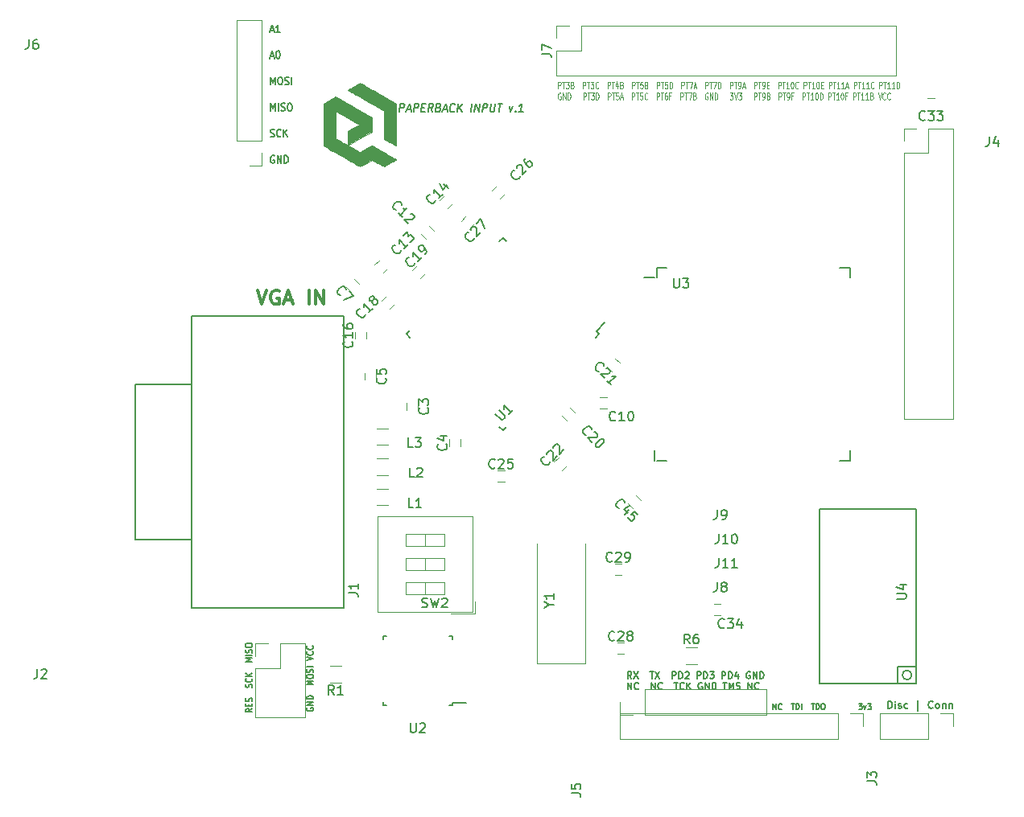
<source format=gto>
G04 #@! TF.FileFunction,Legend,Top*
%FSLAX46Y46*%
G04 Gerber Fmt 4.6, Leading zero omitted, Abs format (unit mm)*
G04 Created by KiCad (PCBNEW 4.0.6) date Tuesday, July 11, 2017 'AMt' 12:39:54 AM*
%MOMM*%
%LPD*%
G01*
G04 APERTURE LIST*
%ADD10C,0.100000*%
%ADD11C,0.130000*%
%ADD12C,0.145000*%
%ADD13C,0.150000*%
%ADD14C,0.300000*%
%ADD15C,0.155000*%
%ADD16C,0.120000*%
%ADD17C,0.175000*%
%ADD18C,0.190500*%
%ADD19C,0.010000*%
G04 APERTURE END LIST*
D10*
D11*
X136795500Y-113182048D02*
X137142167Y-113182048D01*
X136955500Y-113429667D01*
X137035500Y-113429667D01*
X137088833Y-113460619D01*
X137115500Y-113491571D01*
X137142167Y-113553476D01*
X137142167Y-113708238D01*
X137115500Y-113770143D01*
X137088833Y-113801095D01*
X137035500Y-113832048D01*
X136875500Y-113832048D01*
X136822167Y-113801095D01*
X136795500Y-113770143D01*
X137328833Y-113398714D02*
X137462166Y-113832048D01*
X137595500Y-113398714D01*
X137755500Y-113182048D02*
X138102167Y-113182048D01*
X137915500Y-113429667D01*
X137995500Y-113429667D01*
X138048833Y-113460619D01*
X138075500Y-113491571D01*
X138102167Y-113553476D01*
X138102167Y-113708238D01*
X138075500Y-113770143D01*
X138048833Y-113801095D01*
X137995500Y-113832048D01*
X137835500Y-113832048D01*
X137782167Y-113801095D01*
X137755500Y-113770143D01*
X127796167Y-113832048D02*
X127796167Y-113182048D01*
X128116167Y-113832048D01*
X128116167Y-113182048D01*
X128702834Y-113770143D02*
X128676168Y-113801095D01*
X128596168Y-113832048D01*
X128542834Y-113832048D01*
X128462834Y-113801095D01*
X128409501Y-113739190D01*
X128382834Y-113677286D01*
X128356168Y-113553476D01*
X128356168Y-113460619D01*
X128382834Y-113336810D01*
X128409501Y-113274905D01*
X128462834Y-113213000D01*
X128542834Y-113182048D01*
X128596168Y-113182048D01*
X128676168Y-113213000D01*
X128702834Y-113243952D01*
X129716168Y-113182048D02*
X130036168Y-113182048D01*
X129876168Y-113832048D02*
X129876168Y-113182048D01*
X130222835Y-113832048D02*
X130222835Y-113182048D01*
X130356169Y-113182048D01*
X130436169Y-113213000D01*
X130489502Y-113274905D01*
X130516169Y-113336810D01*
X130542835Y-113460619D01*
X130542835Y-113553476D01*
X130516169Y-113677286D01*
X130489502Y-113739190D01*
X130436169Y-113801095D01*
X130356169Y-113832048D01*
X130222835Y-113832048D01*
X130782835Y-113832048D02*
X130782835Y-113182048D01*
X131822836Y-113182048D02*
X132142836Y-113182048D01*
X131982836Y-113832048D02*
X131982836Y-113182048D01*
X132329503Y-113832048D02*
X132329503Y-113182048D01*
X132462837Y-113182048D01*
X132542837Y-113213000D01*
X132596170Y-113274905D01*
X132622837Y-113336810D01*
X132649503Y-113460619D01*
X132649503Y-113553476D01*
X132622837Y-113677286D01*
X132596170Y-113739190D01*
X132542837Y-113801095D01*
X132462837Y-113832048D01*
X132329503Y-113832048D01*
X132996170Y-113182048D02*
X133102837Y-113182048D01*
X133156170Y-113213000D01*
X133209503Y-113274905D01*
X133236170Y-113398714D01*
X133236170Y-113615381D01*
X133209503Y-113739190D01*
X133156170Y-113801095D01*
X133102837Y-113832048D01*
X132996170Y-113832048D01*
X132942837Y-113801095D01*
X132889503Y-113739190D01*
X132862837Y-113615381D01*
X132862837Y-113398714D01*
X132889503Y-113274905D01*
X132942837Y-113213000D01*
X132996170Y-113182048D01*
D12*
X112498167Y-111695667D02*
X112498167Y-110995667D01*
X112898167Y-111695667D01*
X112898167Y-110995667D01*
X113631500Y-111629000D02*
X113598166Y-111662333D01*
X113498166Y-111695667D01*
X113431500Y-111695667D01*
X113331500Y-111662333D01*
X113264833Y-111595667D01*
X113231500Y-111529000D01*
X113198166Y-111395667D01*
X113198166Y-111295667D01*
X113231500Y-111162333D01*
X113264833Y-111095667D01*
X113331500Y-111029000D01*
X113431500Y-110995667D01*
X113498166Y-110995667D01*
X113598166Y-111029000D01*
X113631500Y-111062333D01*
X114998166Y-111695667D02*
X114998166Y-110995667D01*
X115398166Y-111695667D01*
X115398166Y-110995667D01*
X116131499Y-111629000D02*
X116098165Y-111662333D01*
X115998165Y-111695667D01*
X115931499Y-111695667D01*
X115831499Y-111662333D01*
X115764832Y-111595667D01*
X115731499Y-111529000D01*
X115698165Y-111395667D01*
X115698165Y-111295667D01*
X115731499Y-111162333D01*
X115764832Y-111095667D01*
X115831499Y-111029000D01*
X115931499Y-110995667D01*
X115998165Y-110995667D01*
X116098165Y-111029000D01*
X116131499Y-111062333D01*
X117398165Y-110995667D02*
X117798165Y-110995667D01*
X117598165Y-111695667D02*
X117598165Y-110995667D01*
X118431498Y-111629000D02*
X118398164Y-111662333D01*
X118298164Y-111695667D01*
X118231498Y-111695667D01*
X118131498Y-111662333D01*
X118064831Y-111595667D01*
X118031498Y-111529000D01*
X117998164Y-111395667D01*
X117998164Y-111295667D01*
X118031498Y-111162333D01*
X118064831Y-111095667D01*
X118131498Y-111029000D01*
X118231498Y-110995667D01*
X118298164Y-110995667D01*
X118398164Y-111029000D01*
X118431498Y-111062333D01*
X118731498Y-111695667D02*
X118731498Y-110995667D01*
X119131498Y-111695667D02*
X118831498Y-111295667D01*
X119131498Y-110995667D02*
X118731498Y-111395667D01*
X120331497Y-111029000D02*
X120264831Y-110995667D01*
X120164831Y-110995667D01*
X120064831Y-111029000D01*
X119998164Y-111095667D01*
X119964831Y-111162333D01*
X119931497Y-111295667D01*
X119931497Y-111395667D01*
X119964831Y-111529000D01*
X119998164Y-111595667D01*
X120064831Y-111662333D01*
X120164831Y-111695667D01*
X120231497Y-111695667D01*
X120331497Y-111662333D01*
X120364831Y-111629000D01*
X120364831Y-111395667D01*
X120231497Y-111395667D01*
X120664831Y-111695667D02*
X120664831Y-110995667D01*
X121064831Y-111695667D01*
X121064831Y-110995667D01*
X121398164Y-111695667D02*
X121398164Y-110995667D01*
X121564830Y-110995667D01*
X121664830Y-111029000D01*
X121731497Y-111095667D01*
X121764830Y-111162333D01*
X121798164Y-111295667D01*
X121798164Y-111395667D01*
X121764830Y-111529000D01*
X121731497Y-111595667D01*
X121664830Y-111662333D01*
X121564830Y-111695667D01*
X121398164Y-111695667D01*
X122531497Y-110995667D02*
X122931497Y-110995667D01*
X122731497Y-111695667D02*
X122731497Y-110995667D01*
X123164830Y-111695667D02*
X123164830Y-110995667D01*
X123398163Y-111495667D01*
X123631496Y-110995667D01*
X123631496Y-111695667D01*
X123931496Y-111662333D02*
X124031496Y-111695667D01*
X124198163Y-111695667D01*
X124264830Y-111662333D01*
X124298163Y-111629000D01*
X124331496Y-111562333D01*
X124331496Y-111495667D01*
X124298163Y-111429000D01*
X124264830Y-111395667D01*
X124198163Y-111362333D01*
X124064830Y-111329000D01*
X123998163Y-111295667D01*
X123964830Y-111262333D01*
X123931496Y-111195667D01*
X123931496Y-111129000D01*
X123964830Y-111062333D01*
X123998163Y-111029000D01*
X124064830Y-110995667D01*
X124231496Y-110995667D01*
X124331496Y-111029000D01*
X125164830Y-111695667D02*
X125164830Y-110995667D01*
X125564830Y-111695667D01*
X125564830Y-110995667D01*
X126298163Y-111629000D02*
X126264829Y-111662333D01*
X126164829Y-111695667D01*
X126098163Y-111695667D01*
X125998163Y-111662333D01*
X125931496Y-111595667D01*
X125898163Y-111529000D01*
X125864829Y-111395667D01*
X125864829Y-111295667D01*
X125898163Y-111162333D01*
X125931496Y-111095667D01*
X125998163Y-111029000D01*
X126098163Y-110995667D01*
X126164829Y-110995667D01*
X126264829Y-111029000D01*
X126298163Y-111062333D01*
X112898167Y-110552667D02*
X112664833Y-110219333D01*
X112498167Y-110552667D02*
X112498167Y-109852667D01*
X112764833Y-109852667D01*
X112831500Y-109886000D01*
X112864833Y-109919333D01*
X112898167Y-109986000D01*
X112898167Y-110086000D01*
X112864833Y-110152667D01*
X112831500Y-110186000D01*
X112764833Y-110219333D01*
X112498167Y-110219333D01*
X113131500Y-109852667D02*
X113598167Y-110552667D01*
X113598167Y-109852667D02*
X113131500Y-110552667D01*
X114831500Y-109852667D02*
X115231500Y-109852667D01*
X115031500Y-110552667D02*
X115031500Y-109852667D01*
X115398166Y-109852667D02*
X115864833Y-110552667D01*
X115864833Y-109852667D02*
X115398166Y-110552667D01*
X117198166Y-110552667D02*
X117198166Y-109852667D01*
X117464832Y-109852667D01*
X117531499Y-109886000D01*
X117564832Y-109919333D01*
X117598166Y-109986000D01*
X117598166Y-110086000D01*
X117564832Y-110152667D01*
X117531499Y-110186000D01*
X117464832Y-110219333D01*
X117198166Y-110219333D01*
X117898166Y-110552667D02*
X117898166Y-109852667D01*
X118064832Y-109852667D01*
X118164832Y-109886000D01*
X118231499Y-109952667D01*
X118264832Y-110019333D01*
X118298166Y-110152667D01*
X118298166Y-110252667D01*
X118264832Y-110386000D01*
X118231499Y-110452667D01*
X118164832Y-110519333D01*
X118064832Y-110552667D01*
X117898166Y-110552667D01*
X118564832Y-109919333D02*
X118598166Y-109886000D01*
X118664832Y-109852667D01*
X118831499Y-109852667D01*
X118898166Y-109886000D01*
X118931499Y-109919333D01*
X118964832Y-109986000D01*
X118964832Y-110052667D01*
X118931499Y-110152667D01*
X118531499Y-110552667D01*
X118964832Y-110552667D01*
X119798166Y-110552667D02*
X119798166Y-109852667D01*
X120064832Y-109852667D01*
X120131499Y-109886000D01*
X120164832Y-109919333D01*
X120198166Y-109986000D01*
X120198166Y-110086000D01*
X120164832Y-110152667D01*
X120131499Y-110186000D01*
X120064832Y-110219333D01*
X119798166Y-110219333D01*
X120498166Y-110552667D02*
X120498166Y-109852667D01*
X120664832Y-109852667D01*
X120764832Y-109886000D01*
X120831499Y-109952667D01*
X120864832Y-110019333D01*
X120898166Y-110152667D01*
X120898166Y-110252667D01*
X120864832Y-110386000D01*
X120831499Y-110452667D01*
X120764832Y-110519333D01*
X120664832Y-110552667D01*
X120498166Y-110552667D01*
X121131499Y-109852667D02*
X121564832Y-109852667D01*
X121331499Y-110119333D01*
X121431499Y-110119333D01*
X121498166Y-110152667D01*
X121531499Y-110186000D01*
X121564832Y-110252667D01*
X121564832Y-110419333D01*
X121531499Y-110486000D01*
X121498166Y-110519333D01*
X121431499Y-110552667D01*
X121231499Y-110552667D01*
X121164832Y-110519333D01*
X121131499Y-110486000D01*
X122398166Y-110552667D02*
X122398166Y-109852667D01*
X122664832Y-109852667D01*
X122731499Y-109886000D01*
X122764832Y-109919333D01*
X122798166Y-109986000D01*
X122798166Y-110086000D01*
X122764832Y-110152667D01*
X122731499Y-110186000D01*
X122664832Y-110219333D01*
X122398166Y-110219333D01*
X123098166Y-110552667D02*
X123098166Y-109852667D01*
X123264832Y-109852667D01*
X123364832Y-109886000D01*
X123431499Y-109952667D01*
X123464832Y-110019333D01*
X123498166Y-110152667D01*
X123498166Y-110252667D01*
X123464832Y-110386000D01*
X123431499Y-110452667D01*
X123364832Y-110519333D01*
X123264832Y-110552667D01*
X123098166Y-110552667D01*
X124098166Y-110086000D02*
X124098166Y-110552667D01*
X123931499Y-109819333D02*
X123764832Y-110319333D01*
X124198166Y-110319333D01*
X125364832Y-109886000D02*
X125298166Y-109852667D01*
X125198166Y-109852667D01*
X125098166Y-109886000D01*
X125031499Y-109952667D01*
X124998166Y-110019333D01*
X124964832Y-110152667D01*
X124964832Y-110252667D01*
X124998166Y-110386000D01*
X125031499Y-110452667D01*
X125098166Y-110519333D01*
X125198166Y-110552667D01*
X125264832Y-110552667D01*
X125364832Y-110519333D01*
X125398166Y-110486000D01*
X125398166Y-110252667D01*
X125264832Y-110252667D01*
X125698166Y-110552667D02*
X125698166Y-109852667D01*
X126098166Y-110552667D01*
X126098166Y-109852667D01*
X126431499Y-110552667D02*
X126431499Y-109852667D01*
X126598165Y-109852667D01*
X126698165Y-109886000D01*
X126764832Y-109952667D01*
X126798165Y-110019333D01*
X126831499Y-110152667D01*
X126831499Y-110252667D01*
X126798165Y-110386000D01*
X126764832Y-110452667D01*
X126698165Y-110519333D01*
X126598165Y-110552667D01*
X126431499Y-110552667D01*
D13*
X78771000Y-113639214D02*
X78737667Y-113696357D01*
X78737667Y-113782071D01*
X78771000Y-113867786D01*
X78837667Y-113924928D01*
X78904333Y-113953500D01*
X79037667Y-113982071D01*
X79137667Y-113982071D01*
X79271000Y-113953500D01*
X79337667Y-113924928D01*
X79404333Y-113867786D01*
X79437667Y-113782071D01*
X79437667Y-113724928D01*
X79404333Y-113639214D01*
X79371000Y-113610643D01*
X79137667Y-113610643D01*
X79137667Y-113724928D01*
X79437667Y-113353500D02*
X78737667Y-113353500D01*
X79437667Y-113010643D01*
X78737667Y-113010643D01*
X79437667Y-112724929D02*
X78737667Y-112724929D01*
X78737667Y-112582072D01*
X78771000Y-112496357D01*
X78837667Y-112439215D01*
X78904333Y-112410643D01*
X79037667Y-112382072D01*
X79137667Y-112382072D01*
X79271000Y-112410643D01*
X79337667Y-112439215D01*
X79404333Y-112496357D01*
X79437667Y-112582072D01*
X79437667Y-112724929D01*
X79437667Y-111210643D02*
X78737667Y-111210643D01*
X79237667Y-111010643D01*
X78737667Y-110810643D01*
X79437667Y-110810643D01*
X78737667Y-110410643D02*
X78737667Y-110296357D01*
X78771000Y-110239215D01*
X78837667Y-110182072D01*
X78971000Y-110153500D01*
X79204333Y-110153500D01*
X79337667Y-110182072D01*
X79404333Y-110239215D01*
X79437667Y-110296357D01*
X79437667Y-110410643D01*
X79404333Y-110467786D01*
X79337667Y-110524929D01*
X79204333Y-110553500D01*
X78971000Y-110553500D01*
X78837667Y-110524929D01*
X78771000Y-110467786D01*
X78737667Y-110410643D01*
X79404333Y-109924929D02*
X79437667Y-109839215D01*
X79437667Y-109696358D01*
X79404333Y-109639215D01*
X79371000Y-109610644D01*
X79304333Y-109582072D01*
X79237667Y-109582072D01*
X79171000Y-109610644D01*
X79137667Y-109639215D01*
X79104333Y-109696358D01*
X79071000Y-109810644D01*
X79037667Y-109867786D01*
X79004333Y-109896358D01*
X78937667Y-109924929D01*
X78871000Y-109924929D01*
X78804333Y-109896358D01*
X78771000Y-109867786D01*
X78737667Y-109810644D01*
X78737667Y-109667786D01*
X78771000Y-109582072D01*
X79437667Y-109324929D02*
X78737667Y-109324929D01*
X78737667Y-108667786D02*
X79437667Y-108467786D01*
X78737667Y-108267786D01*
X79371000Y-107724929D02*
X79404333Y-107753500D01*
X79437667Y-107839214D01*
X79437667Y-107896357D01*
X79404333Y-107982072D01*
X79337667Y-108039214D01*
X79271000Y-108067786D01*
X79137667Y-108096357D01*
X79037667Y-108096357D01*
X78904333Y-108067786D01*
X78837667Y-108039214D01*
X78771000Y-107982072D01*
X78737667Y-107896357D01*
X78737667Y-107839214D01*
X78771000Y-107753500D01*
X78804333Y-107724929D01*
X79371000Y-107124929D02*
X79404333Y-107153500D01*
X79437667Y-107239214D01*
X79437667Y-107296357D01*
X79404333Y-107382072D01*
X79337667Y-107439214D01*
X79271000Y-107467786D01*
X79137667Y-107496357D01*
X79037667Y-107496357D01*
X78904333Y-107467786D01*
X78837667Y-107439214D01*
X78771000Y-107382072D01*
X78737667Y-107296357D01*
X78737667Y-107239214D01*
X78771000Y-107153500D01*
X78804333Y-107124929D01*
X73024167Y-113747143D02*
X72690833Y-113947143D01*
X73024167Y-114090000D02*
X72324167Y-114090000D01*
X72324167Y-113861428D01*
X72357500Y-113804286D01*
X72390833Y-113775714D01*
X72457500Y-113747143D01*
X72557500Y-113747143D01*
X72624167Y-113775714D01*
X72657500Y-113804286D01*
X72690833Y-113861428D01*
X72690833Y-114090000D01*
X72657500Y-113490000D02*
X72657500Y-113290000D01*
X73024167Y-113204286D02*
X73024167Y-113490000D01*
X72324167Y-113490000D01*
X72324167Y-113204286D01*
X72990833Y-112975714D02*
X73024167Y-112890000D01*
X73024167Y-112747143D01*
X72990833Y-112690000D01*
X72957500Y-112661429D01*
X72890833Y-112632857D01*
X72824167Y-112632857D01*
X72757500Y-112661429D01*
X72724167Y-112690000D01*
X72690833Y-112747143D01*
X72657500Y-112861429D01*
X72624167Y-112918571D01*
X72590833Y-112947143D01*
X72524167Y-112975714D01*
X72457500Y-112975714D01*
X72390833Y-112947143D01*
X72357500Y-112918571D01*
X72324167Y-112861429D01*
X72324167Y-112718571D01*
X72357500Y-112632857D01*
X72990833Y-111489999D02*
X73024167Y-111404285D01*
X73024167Y-111261428D01*
X72990833Y-111204285D01*
X72957500Y-111175714D01*
X72890833Y-111147142D01*
X72824167Y-111147142D01*
X72757500Y-111175714D01*
X72724167Y-111204285D01*
X72690833Y-111261428D01*
X72657500Y-111375714D01*
X72624167Y-111432856D01*
X72590833Y-111461428D01*
X72524167Y-111489999D01*
X72457500Y-111489999D01*
X72390833Y-111461428D01*
X72357500Y-111432856D01*
X72324167Y-111375714D01*
X72324167Y-111232856D01*
X72357500Y-111147142D01*
X72957500Y-110547142D02*
X72990833Y-110575713D01*
X73024167Y-110661427D01*
X73024167Y-110718570D01*
X72990833Y-110804285D01*
X72924167Y-110861427D01*
X72857500Y-110889999D01*
X72724167Y-110918570D01*
X72624167Y-110918570D01*
X72490833Y-110889999D01*
X72424167Y-110861427D01*
X72357500Y-110804285D01*
X72324167Y-110718570D01*
X72324167Y-110661427D01*
X72357500Y-110575713D01*
X72390833Y-110547142D01*
X73024167Y-110289999D02*
X72324167Y-110289999D01*
X73024167Y-109947142D02*
X72624167Y-110204285D01*
X72324167Y-109947142D02*
X72724167Y-110289999D01*
X73024167Y-108775713D02*
X72324167Y-108775713D01*
X72824167Y-108575713D01*
X72324167Y-108375713D01*
X73024167Y-108375713D01*
X73024167Y-108089999D02*
X72324167Y-108089999D01*
X72990833Y-107832856D02*
X73024167Y-107747142D01*
X73024167Y-107604285D01*
X72990833Y-107547142D01*
X72957500Y-107518571D01*
X72890833Y-107489999D01*
X72824167Y-107489999D01*
X72757500Y-107518571D01*
X72724167Y-107547142D01*
X72690833Y-107604285D01*
X72657500Y-107718571D01*
X72624167Y-107775713D01*
X72590833Y-107804285D01*
X72524167Y-107832856D01*
X72457500Y-107832856D01*
X72390833Y-107804285D01*
X72357500Y-107775713D01*
X72324167Y-107718571D01*
X72324167Y-107575713D01*
X72357500Y-107489999D01*
X72324167Y-107118570D02*
X72324167Y-107004284D01*
X72357500Y-106947142D01*
X72424167Y-106889999D01*
X72557500Y-106861427D01*
X72790833Y-106861427D01*
X72924167Y-106889999D01*
X72990833Y-106947142D01*
X73024167Y-107004284D01*
X73024167Y-107118570D01*
X72990833Y-107175713D01*
X72924167Y-107232856D01*
X72790833Y-107261427D01*
X72557500Y-107261427D01*
X72424167Y-107232856D01*
X72357500Y-107175713D01*
X72324167Y-107118570D01*
D14*
X73545357Y-69663571D02*
X74045357Y-71163571D01*
X74545357Y-69663571D01*
X75831071Y-69735000D02*
X75688214Y-69663571D01*
X75473928Y-69663571D01*
X75259643Y-69735000D01*
X75116785Y-69877857D01*
X75045357Y-70020714D01*
X74973928Y-70306429D01*
X74973928Y-70520714D01*
X75045357Y-70806429D01*
X75116785Y-70949286D01*
X75259643Y-71092143D01*
X75473928Y-71163571D01*
X75616785Y-71163571D01*
X75831071Y-71092143D01*
X75902500Y-71020714D01*
X75902500Y-70520714D01*
X75616785Y-70520714D01*
X76473928Y-70735000D02*
X77188214Y-70735000D01*
X76331071Y-71163571D02*
X76831071Y-69663571D01*
X77331071Y-71163571D01*
X78973928Y-71163571D02*
X78973928Y-69663571D01*
X79688214Y-71163571D02*
X79688214Y-69663571D01*
X80545357Y-71163571D01*
X80545357Y-69663571D01*
D15*
X88498933Y-50927743D02*
X88611433Y-50027743D01*
X88916195Y-50027743D01*
X88987029Y-50070600D01*
X89019767Y-50113457D01*
X89047148Y-50199171D01*
X89031076Y-50327743D01*
X88982267Y-50413457D01*
X88938815Y-50456314D01*
X88857267Y-50499171D01*
X88552505Y-50499171D01*
X89292981Y-50670600D02*
X89673933Y-50670600D01*
X89184647Y-50927743D02*
X89563814Y-50027743D01*
X89717981Y-50927743D01*
X89984647Y-50927743D02*
X90097147Y-50027743D01*
X90401909Y-50027743D01*
X90472743Y-50070600D01*
X90505481Y-50113457D01*
X90532862Y-50199171D01*
X90516790Y-50327743D01*
X90467981Y-50413457D01*
X90424529Y-50456314D01*
X90342981Y-50499171D01*
X90038219Y-50499171D01*
X90843576Y-50456314D02*
X91110243Y-50456314D01*
X91165600Y-50927743D02*
X90784647Y-50927743D01*
X90897147Y-50027743D01*
X91278100Y-50027743D01*
X91965600Y-50927743D02*
X91752505Y-50499171D01*
X91508457Y-50927743D02*
X91620957Y-50027743D01*
X91925719Y-50027743D01*
X91996553Y-50070600D01*
X92029291Y-50113457D01*
X92056672Y-50199171D01*
X92040600Y-50327743D01*
X91991791Y-50413457D01*
X91948339Y-50456314D01*
X91866791Y-50499171D01*
X91562029Y-50499171D01*
X92634053Y-50456314D02*
X92742982Y-50499171D01*
X92775719Y-50542029D01*
X92803100Y-50627743D01*
X92787029Y-50756314D01*
X92738219Y-50842029D01*
X92694767Y-50884886D01*
X92613219Y-50927743D01*
X92308457Y-50927743D01*
X92420957Y-50027743D01*
X92687624Y-50027743D01*
X92758457Y-50070600D01*
X92791196Y-50113457D01*
X92818577Y-50199171D01*
X92807862Y-50284886D01*
X92759053Y-50370600D01*
X92715600Y-50413457D01*
X92634053Y-50456314D01*
X92367386Y-50456314D01*
X93102505Y-50670600D02*
X93483457Y-50670600D01*
X92994171Y-50927743D02*
X93373338Y-50027743D01*
X93527505Y-50927743D01*
X94262028Y-50842029D02*
X94218576Y-50884886D01*
X94098933Y-50927743D01*
X94022743Y-50927743D01*
X93913814Y-50884886D01*
X93848338Y-50799171D01*
X93820957Y-50713457D01*
X93804290Y-50542029D01*
X93820362Y-50413457D01*
X93879885Y-50242029D01*
X93928695Y-50156314D01*
X94015600Y-50070600D01*
X94135243Y-50027743D01*
X94211433Y-50027743D01*
X94320362Y-50070600D01*
X94353100Y-50113457D01*
X94594171Y-50927743D02*
X94706671Y-50027743D01*
X95051314Y-50927743D02*
X94772743Y-50413457D01*
X95163814Y-50027743D02*
X94642385Y-50542029D01*
X96003695Y-50927743D02*
X96116195Y-50027743D01*
X96384647Y-50927743D02*
X96497147Y-50027743D01*
X96841790Y-50927743D01*
X96954290Y-50027743D01*
X97222742Y-50927743D02*
X97335242Y-50027743D01*
X97640004Y-50027743D01*
X97710838Y-50070600D01*
X97743576Y-50113457D01*
X97770957Y-50199171D01*
X97754885Y-50327743D01*
X97706076Y-50413457D01*
X97662624Y-50456314D01*
X97581076Y-50499171D01*
X97276314Y-50499171D01*
X98135242Y-50027743D02*
X98044171Y-50756314D01*
X98071551Y-50842029D01*
X98104290Y-50884886D01*
X98175123Y-50927743D01*
X98327504Y-50927743D01*
X98409052Y-50884886D01*
X98452504Y-50842029D01*
X98501314Y-50756314D01*
X98592385Y-50027743D01*
X98859051Y-50027743D02*
X99316194Y-50027743D01*
X98975123Y-50927743D02*
X99087623Y-50027743D01*
X100078695Y-50327743D02*
X100194171Y-50927743D01*
X100459647Y-50327743D01*
X100700123Y-50842029D02*
X100732861Y-50884886D01*
X100689409Y-50927743D01*
X100656671Y-50884886D01*
X100700123Y-50842029D01*
X100689409Y-50927743D01*
X101489409Y-50927743D02*
X101032266Y-50927743D01*
X101260837Y-50927743D02*
X101373337Y-50027743D01*
X101281076Y-50156314D01*
X101194170Y-50242029D01*
X101112623Y-50284886D01*
D16*
X105197657Y-48423467D02*
X105197657Y-47723467D01*
X105386229Y-47723467D01*
X105433371Y-47756800D01*
X105456943Y-47790133D01*
X105480514Y-47856800D01*
X105480514Y-47956800D01*
X105456943Y-48023467D01*
X105433371Y-48056800D01*
X105386229Y-48090133D01*
X105197657Y-48090133D01*
X105621943Y-47723467D02*
X105904800Y-47723467D01*
X105763371Y-48423467D02*
X105763371Y-47723467D01*
X106022657Y-47723467D02*
X106329086Y-47723467D01*
X106164086Y-47990133D01*
X106234800Y-47990133D01*
X106281943Y-48023467D01*
X106305514Y-48056800D01*
X106329086Y-48123467D01*
X106329086Y-48290133D01*
X106305514Y-48356800D01*
X106281943Y-48390133D01*
X106234800Y-48423467D01*
X106093372Y-48423467D01*
X106046229Y-48390133D01*
X106022657Y-48356800D01*
X106706229Y-48056800D02*
X106776943Y-48090133D01*
X106800515Y-48123467D01*
X106824086Y-48190133D01*
X106824086Y-48290133D01*
X106800515Y-48356800D01*
X106776943Y-48390133D01*
X106729801Y-48423467D01*
X106541229Y-48423467D01*
X106541229Y-47723467D01*
X106706229Y-47723467D01*
X106753372Y-47756800D01*
X106776943Y-47790133D01*
X106800515Y-47856800D01*
X106800515Y-47923467D01*
X106776943Y-47990133D01*
X106753372Y-48023467D01*
X106706229Y-48056800D01*
X106541229Y-48056800D01*
X107790515Y-48423467D02*
X107790515Y-47723467D01*
X107979087Y-47723467D01*
X108026229Y-47756800D01*
X108049801Y-47790133D01*
X108073372Y-47856800D01*
X108073372Y-47956800D01*
X108049801Y-48023467D01*
X108026229Y-48056800D01*
X107979087Y-48090133D01*
X107790515Y-48090133D01*
X108214801Y-47723467D02*
X108497658Y-47723467D01*
X108356229Y-48423467D02*
X108356229Y-47723467D01*
X108615515Y-47723467D02*
X108921944Y-47723467D01*
X108756944Y-47990133D01*
X108827658Y-47990133D01*
X108874801Y-48023467D01*
X108898372Y-48056800D01*
X108921944Y-48123467D01*
X108921944Y-48290133D01*
X108898372Y-48356800D01*
X108874801Y-48390133D01*
X108827658Y-48423467D01*
X108686230Y-48423467D01*
X108639087Y-48390133D01*
X108615515Y-48356800D01*
X109416944Y-48356800D02*
X109393373Y-48390133D01*
X109322659Y-48423467D01*
X109275516Y-48423467D01*
X109204801Y-48390133D01*
X109157659Y-48323467D01*
X109134087Y-48256800D01*
X109110516Y-48123467D01*
X109110516Y-48023467D01*
X109134087Y-47890133D01*
X109157659Y-47823467D01*
X109204801Y-47756800D01*
X109275516Y-47723467D01*
X109322659Y-47723467D01*
X109393373Y-47756800D01*
X109416944Y-47790133D01*
X110383373Y-48423467D02*
X110383373Y-47723467D01*
X110571945Y-47723467D01*
X110619087Y-47756800D01*
X110642659Y-47790133D01*
X110666230Y-47856800D01*
X110666230Y-47956800D01*
X110642659Y-48023467D01*
X110619087Y-48056800D01*
X110571945Y-48090133D01*
X110383373Y-48090133D01*
X110807659Y-47723467D02*
X111090516Y-47723467D01*
X110949087Y-48423467D02*
X110949087Y-47723467D01*
X111467659Y-47956800D02*
X111467659Y-48423467D01*
X111349802Y-47690133D02*
X111231945Y-48190133D01*
X111538373Y-48190133D01*
X111891945Y-48056800D02*
X111962659Y-48090133D01*
X111986231Y-48123467D01*
X112009802Y-48190133D01*
X112009802Y-48290133D01*
X111986231Y-48356800D01*
X111962659Y-48390133D01*
X111915517Y-48423467D01*
X111726945Y-48423467D01*
X111726945Y-47723467D01*
X111891945Y-47723467D01*
X111939088Y-47756800D01*
X111962659Y-47790133D01*
X111986231Y-47856800D01*
X111986231Y-47923467D01*
X111962659Y-47990133D01*
X111939088Y-48023467D01*
X111891945Y-48056800D01*
X111726945Y-48056800D01*
X112976231Y-48423467D02*
X112976231Y-47723467D01*
X113164803Y-47723467D01*
X113211945Y-47756800D01*
X113235517Y-47790133D01*
X113259088Y-47856800D01*
X113259088Y-47956800D01*
X113235517Y-48023467D01*
X113211945Y-48056800D01*
X113164803Y-48090133D01*
X112976231Y-48090133D01*
X113400517Y-47723467D02*
X113683374Y-47723467D01*
X113541945Y-48423467D02*
X113541945Y-47723467D01*
X114084088Y-47723467D02*
X113848374Y-47723467D01*
X113824803Y-48056800D01*
X113848374Y-48023467D01*
X113895517Y-47990133D01*
X114013374Y-47990133D01*
X114060517Y-48023467D01*
X114084088Y-48056800D01*
X114107660Y-48123467D01*
X114107660Y-48290133D01*
X114084088Y-48356800D01*
X114060517Y-48390133D01*
X114013374Y-48423467D01*
X113895517Y-48423467D01*
X113848374Y-48390133D01*
X113824803Y-48356800D01*
X114484803Y-48056800D02*
X114555517Y-48090133D01*
X114579089Y-48123467D01*
X114602660Y-48190133D01*
X114602660Y-48290133D01*
X114579089Y-48356800D01*
X114555517Y-48390133D01*
X114508375Y-48423467D01*
X114319803Y-48423467D01*
X114319803Y-47723467D01*
X114484803Y-47723467D01*
X114531946Y-47756800D01*
X114555517Y-47790133D01*
X114579089Y-47856800D01*
X114579089Y-47923467D01*
X114555517Y-47990133D01*
X114531946Y-48023467D01*
X114484803Y-48056800D01*
X114319803Y-48056800D01*
X115569089Y-48423467D02*
X115569089Y-47723467D01*
X115757661Y-47723467D01*
X115804803Y-47756800D01*
X115828375Y-47790133D01*
X115851946Y-47856800D01*
X115851946Y-47956800D01*
X115828375Y-48023467D01*
X115804803Y-48056800D01*
X115757661Y-48090133D01*
X115569089Y-48090133D01*
X115993375Y-47723467D02*
X116276232Y-47723467D01*
X116134803Y-48423467D02*
X116134803Y-47723467D01*
X116676946Y-47723467D02*
X116441232Y-47723467D01*
X116417661Y-48056800D01*
X116441232Y-48023467D01*
X116488375Y-47990133D01*
X116606232Y-47990133D01*
X116653375Y-48023467D01*
X116676946Y-48056800D01*
X116700518Y-48123467D01*
X116700518Y-48290133D01*
X116676946Y-48356800D01*
X116653375Y-48390133D01*
X116606232Y-48423467D01*
X116488375Y-48423467D01*
X116441232Y-48390133D01*
X116417661Y-48356800D01*
X116912661Y-48423467D02*
X116912661Y-47723467D01*
X117030518Y-47723467D01*
X117101233Y-47756800D01*
X117148375Y-47823467D01*
X117171947Y-47890133D01*
X117195518Y-48023467D01*
X117195518Y-48123467D01*
X117171947Y-48256800D01*
X117148375Y-48323467D01*
X117101233Y-48390133D01*
X117030518Y-48423467D01*
X116912661Y-48423467D01*
X118161947Y-48423467D02*
X118161947Y-47723467D01*
X118350519Y-47723467D01*
X118397661Y-47756800D01*
X118421233Y-47790133D01*
X118444804Y-47856800D01*
X118444804Y-47956800D01*
X118421233Y-48023467D01*
X118397661Y-48056800D01*
X118350519Y-48090133D01*
X118161947Y-48090133D01*
X118586233Y-47723467D02*
X118869090Y-47723467D01*
X118727661Y-48423467D02*
X118727661Y-47723467D01*
X118986947Y-47723467D02*
X119316947Y-47723467D01*
X119104804Y-48423467D01*
X119481948Y-48223467D02*
X119717662Y-48223467D01*
X119434805Y-48423467D02*
X119599805Y-47723467D01*
X119764805Y-48423467D01*
X120684091Y-48423467D02*
X120684091Y-47723467D01*
X120872663Y-47723467D01*
X120919805Y-47756800D01*
X120943377Y-47790133D01*
X120966948Y-47856800D01*
X120966948Y-47956800D01*
X120943377Y-48023467D01*
X120919805Y-48056800D01*
X120872663Y-48090133D01*
X120684091Y-48090133D01*
X121108377Y-47723467D02*
X121391234Y-47723467D01*
X121249805Y-48423467D02*
X121249805Y-47723467D01*
X121509091Y-47723467D02*
X121839091Y-47723467D01*
X121626948Y-48423467D01*
X122027663Y-48423467D02*
X122027663Y-47723467D01*
X122145520Y-47723467D01*
X122216235Y-47756800D01*
X122263377Y-47823467D01*
X122286949Y-47890133D01*
X122310520Y-48023467D01*
X122310520Y-48123467D01*
X122286949Y-48256800D01*
X122263377Y-48323467D01*
X122216235Y-48390133D01*
X122145520Y-48423467D01*
X122027663Y-48423467D01*
X123276949Y-48423467D02*
X123276949Y-47723467D01*
X123465521Y-47723467D01*
X123512663Y-47756800D01*
X123536235Y-47790133D01*
X123559806Y-47856800D01*
X123559806Y-47956800D01*
X123536235Y-48023467D01*
X123512663Y-48056800D01*
X123465521Y-48090133D01*
X123276949Y-48090133D01*
X123701235Y-47723467D02*
X123984092Y-47723467D01*
X123842663Y-48423467D02*
X123842663Y-47723467D01*
X124172664Y-48423467D02*
X124266949Y-48423467D01*
X124314092Y-48390133D01*
X124337664Y-48356800D01*
X124384806Y-48256800D01*
X124408378Y-48123467D01*
X124408378Y-47856800D01*
X124384806Y-47790133D01*
X124361235Y-47756800D01*
X124314092Y-47723467D01*
X124219806Y-47723467D01*
X124172664Y-47756800D01*
X124149092Y-47790133D01*
X124125521Y-47856800D01*
X124125521Y-48023467D01*
X124149092Y-48090133D01*
X124172664Y-48123467D01*
X124219806Y-48156800D01*
X124314092Y-48156800D01*
X124361235Y-48123467D01*
X124384806Y-48090133D01*
X124408378Y-48023467D01*
X124596950Y-48223467D02*
X124832664Y-48223467D01*
X124549807Y-48423467D02*
X124714807Y-47723467D01*
X124879807Y-48423467D01*
X125799093Y-48423467D02*
X125799093Y-47723467D01*
X125987665Y-47723467D01*
X126034807Y-47756800D01*
X126058379Y-47790133D01*
X126081950Y-47856800D01*
X126081950Y-47956800D01*
X126058379Y-48023467D01*
X126034807Y-48056800D01*
X125987665Y-48090133D01*
X125799093Y-48090133D01*
X126223379Y-47723467D02*
X126506236Y-47723467D01*
X126364807Y-48423467D02*
X126364807Y-47723467D01*
X126694808Y-48423467D02*
X126789093Y-48423467D01*
X126836236Y-48390133D01*
X126859808Y-48356800D01*
X126906950Y-48256800D01*
X126930522Y-48123467D01*
X126930522Y-47856800D01*
X126906950Y-47790133D01*
X126883379Y-47756800D01*
X126836236Y-47723467D01*
X126741950Y-47723467D01*
X126694808Y-47756800D01*
X126671236Y-47790133D01*
X126647665Y-47856800D01*
X126647665Y-48023467D01*
X126671236Y-48090133D01*
X126694808Y-48123467D01*
X126741950Y-48156800D01*
X126836236Y-48156800D01*
X126883379Y-48123467D01*
X126906950Y-48090133D01*
X126930522Y-48023467D01*
X127142665Y-48056800D02*
X127307665Y-48056800D01*
X127378379Y-48423467D02*
X127142665Y-48423467D01*
X127142665Y-47723467D01*
X127378379Y-47723467D01*
X128344808Y-48423467D02*
X128344808Y-47723467D01*
X128533380Y-47723467D01*
X128580522Y-47756800D01*
X128604094Y-47790133D01*
X128627665Y-47856800D01*
X128627665Y-47956800D01*
X128604094Y-48023467D01*
X128580522Y-48056800D01*
X128533380Y-48090133D01*
X128344808Y-48090133D01*
X128769094Y-47723467D02*
X129051951Y-47723467D01*
X128910522Y-48423467D02*
X128910522Y-47723467D01*
X129476237Y-48423467D02*
X129193380Y-48423467D01*
X129334808Y-48423467D02*
X129334808Y-47723467D01*
X129287665Y-47823467D01*
X129240523Y-47890133D01*
X129193380Y-47923467D01*
X129782666Y-47723467D02*
X129829809Y-47723467D01*
X129876952Y-47756800D01*
X129900523Y-47790133D01*
X129924094Y-47856800D01*
X129947666Y-47990133D01*
X129947666Y-48156800D01*
X129924094Y-48290133D01*
X129900523Y-48356800D01*
X129876952Y-48390133D01*
X129829809Y-48423467D01*
X129782666Y-48423467D01*
X129735523Y-48390133D01*
X129711952Y-48356800D01*
X129688380Y-48290133D01*
X129664809Y-48156800D01*
X129664809Y-47990133D01*
X129688380Y-47856800D01*
X129711952Y-47790133D01*
X129735523Y-47756800D01*
X129782666Y-47723467D01*
X130442666Y-48356800D02*
X130419095Y-48390133D01*
X130348381Y-48423467D01*
X130301238Y-48423467D01*
X130230523Y-48390133D01*
X130183381Y-48323467D01*
X130159809Y-48256800D01*
X130136238Y-48123467D01*
X130136238Y-48023467D01*
X130159809Y-47890133D01*
X130183381Y-47823467D01*
X130230523Y-47756800D01*
X130301238Y-47723467D01*
X130348381Y-47723467D01*
X130419095Y-47756800D01*
X130442666Y-47790133D01*
X131031952Y-48423467D02*
X131031952Y-47723467D01*
X131220524Y-47723467D01*
X131267666Y-47756800D01*
X131291238Y-47790133D01*
X131314809Y-47856800D01*
X131314809Y-47956800D01*
X131291238Y-48023467D01*
X131267666Y-48056800D01*
X131220524Y-48090133D01*
X131031952Y-48090133D01*
X131456238Y-47723467D02*
X131739095Y-47723467D01*
X131597666Y-48423467D02*
X131597666Y-47723467D01*
X132163381Y-48423467D02*
X131880524Y-48423467D01*
X132021952Y-48423467D02*
X132021952Y-47723467D01*
X131974809Y-47823467D01*
X131927667Y-47890133D01*
X131880524Y-47923467D01*
X132469810Y-47723467D02*
X132516953Y-47723467D01*
X132564096Y-47756800D01*
X132587667Y-47790133D01*
X132611238Y-47856800D01*
X132634810Y-47990133D01*
X132634810Y-48156800D01*
X132611238Y-48290133D01*
X132587667Y-48356800D01*
X132564096Y-48390133D01*
X132516953Y-48423467D01*
X132469810Y-48423467D01*
X132422667Y-48390133D01*
X132399096Y-48356800D01*
X132375524Y-48290133D01*
X132351953Y-48156800D01*
X132351953Y-47990133D01*
X132375524Y-47856800D01*
X132399096Y-47790133D01*
X132422667Y-47756800D01*
X132469810Y-47723467D01*
X132846953Y-48056800D02*
X133011953Y-48056800D01*
X133082667Y-48423467D02*
X132846953Y-48423467D01*
X132846953Y-47723467D01*
X133082667Y-47723467D01*
X133671953Y-48423467D02*
X133671953Y-47723467D01*
X133860525Y-47723467D01*
X133907667Y-47756800D01*
X133931239Y-47790133D01*
X133954810Y-47856800D01*
X133954810Y-47956800D01*
X133931239Y-48023467D01*
X133907667Y-48056800D01*
X133860525Y-48090133D01*
X133671953Y-48090133D01*
X134096239Y-47723467D02*
X134379096Y-47723467D01*
X134237667Y-48423467D02*
X134237667Y-47723467D01*
X134803382Y-48423467D02*
X134520525Y-48423467D01*
X134661953Y-48423467D02*
X134661953Y-47723467D01*
X134614810Y-47823467D01*
X134567668Y-47890133D01*
X134520525Y-47923467D01*
X135274811Y-48423467D02*
X134991954Y-48423467D01*
X135133382Y-48423467D02*
X135133382Y-47723467D01*
X135086239Y-47823467D01*
X135039097Y-47890133D01*
X134991954Y-47923467D01*
X135463383Y-48223467D02*
X135699097Y-48223467D01*
X135416240Y-48423467D02*
X135581240Y-47723467D01*
X135746240Y-48423467D01*
X136288383Y-48423467D02*
X136288383Y-47723467D01*
X136476955Y-47723467D01*
X136524097Y-47756800D01*
X136547669Y-47790133D01*
X136571240Y-47856800D01*
X136571240Y-47956800D01*
X136547669Y-48023467D01*
X136524097Y-48056800D01*
X136476955Y-48090133D01*
X136288383Y-48090133D01*
X136712669Y-47723467D02*
X136995526Y-47723467D01*
X136854097Y-48423467D02*
X136854097Y-47723467D01*
X137419812Y-48423467D02*
X137136955Y-48423467D01*
X137278383Y-48423467D02*
X137278383Y-47723467D01*
X137231240Y-47823467D01*
X137184098Y-47890133D01*
X137136955Y-47923467D01*
X137891241Y-48423467D02*
X137608384Y-48423467D01*
X137749812Y-48423467D02*
X137749812Y-47723467D01*
X137702669Y-47823467D01*
X137655527Y-47890133D01*
X137608384Y-47923467D01*
X138386241Y-48356800D02*
X138362670Y-48390133D01*
X138291956Y-48423467D01*
X138244813Y-48423467D01*
X138174098Y-48390133D01*
X138126956Y-48323467D01*
X138103384Y-48256800D01*
X138079813Y-48123467D01*
X138079813Y-48023467D01*
X138103384Y-47890133D01*
X138126956Y-47823467D01*
X138174098Y-47756800D01*
X138244813Y-47723467D01*
X138291956Y-47723467D01*
X138362670Y-47756800D01*
X138386241Y-47790133D01*
X138975527Y-48423467D02*
X138975527Y-47723467D01*
X139164099Y-47723467D01*
X139211241Y-47756800D01*
X139234813Y-47790133D01*
X139258384Y-47856800D01*
X139258384Y-47956800D01*
X139234813Y-48023467D01*
X139211241Y-48056800D01*
X139164099Y-48090133D01*
X138975527Y-48090133D01*
X139399813Y-47723467D02*
X139682670Y-47723467D01*
X139541241Y-48423467D02*
X139541241Y-47723467D01*
X140106956Y-48423467D02*
X139824099Y-48423467D01*
X139965527Y-48423467D02*
X139965527Y-47723467D01*
X139918384Y-47823467D01*
X139871242Y-47890133D01*
X139824099Y-47923467D01*
X140578385Y-48423467D02*
X140295528Y-48423467D01*
X140436956Y-48423467D02*
X140436956Y-47723467D01*
X140389813Y-47823467D01*
X140342671Y-47890133D01*
X140295528Y-47923467D01*
X140790528Y-48423467D02*
X140790528Y-47723467D01*
X140908385Y-47723467D01*
X140979100Y-47756800D01*
X141026242Y-47823467D01*
X141049814Y-47890133D01*
X141073385Y-48023467D01*
X141073385Y-48123467D01*
X141049814Y-48256800D01*
X141026242Y-48323467D01*
X140979100Y-48390133D01*
X140908385Y-48423467D01*
X140790528Y-48423467D01*
X105456943Y-48926800D02*
X105409800Y-48893467D01*
X105339086Y-48893467D01*
X105268371Y-48926800D01*
X105221229Y-48993467D01*
X105197657Y-49060133D01*
X105174086Y-49193467D01*
X105174086Y-49293467D01*
X105197657Y-49426800D01*
X105221229Y-49493467D01*
X105268371Y-49560133D01*
X105339086Y-49593467D01*
X105386229Y-49593467D01*
X105456943Y-49560133D01*
X105480514Y-49526800D01*
X105480514Y-49293467D01*
X105386229Y-49293467D01*
X105692657Y-49593467D02*
X105692657Y-48893467D01*
X105975514Y-49593467D01*
X105975514Y-48893467D01*
X106211228Y-49593467D02*
X106211228Y-48893467D01*
X106329085Y-48893467D01*
X106399800Y-48926800D01*
X106446942Y-48993467D01*
X106470514Y-49060133D01*
X106494085Y-49193467D01*
X106494085Y-49293467D01*
X106470514Y-49426800D01*
X106446942Y-49493467D01*
X106399800Y-49560133D01*
X106329085Y-49593467D01*
X106211228Y-49593467D01*
X107837657Y-49593467D02*
X107837657Y-48893467D01*
X108026229Y-48893467D01*
X108073371Y-48926800D01*
X108096943Y-48960133D01*
X108120514Y-49026800D01*
X108120514Y-49126800D01*
X108096943Y-49193467D01*
X108073371Y-49226800D01*
X108026229Y-49260133D01*
X107837657Y-49260133D01*
X108261943Y-48893467D02*
X108544800Y-48893467D01*
X108403371Y-49593467D02*
X108403371Y-48893467D01*
X108662657Y-48893467D02*
X108969086Y-48893467D01*
X108804086Y-49160133D01*
X108874800Y-49160133D01*
X108921943Y-49193467D01*
X108945514Y-49226800D01*
X108969086Y-49293467D01*
X108969086Y-49460133D01*
X108945514Y-49526800D01*
X108921943Y-49560133D01*
X108874800Y-49593467D01*
X108733372Y-49593467D01*
X108686229Y-49560133D01*
X108662657Y-49526800D01*
X109181229Y-49593467D02*
X109181229Y-48893467D01*
X109299086Y-48893467D01*
X109369801Y-48926800D01*
X109416943Y-48993467D01*
X109440515Y-49060133D01*
X109464086Y-49193467D01*
X109464086Y-49293467D01*
X109440515Y-49426800D01*
X109416943Y-49493467D01*
X109369801Y-49560133D01*
X109299086Y-49593467D01*
X109181229Y-49593467D01*
X110430515Y-49593467D02*
X110430515Y-48893467D01*
X110619087Y-48893467D01*
X110666229Y-48926800D01*
X110689801Y-48960133D01*
X110713372Y-49026800D01*
X110713372Y-49126800D01*
X110689801Y-49193467D01*
X110666229Y-49226800D01*
X110619087Y-49260133D01*
X110430515Y-49260133D01*
X110854801Y-48893467D02*
X111137658Y-48893467D01*
X110996229Y-49593467D02*
X110996229Y-48893467D01*
X111538372Y-48893467D02*
X111302658Y-48893467D01*
X111279087Y-49226800D01*
X111302658Y-49193467D01*
X111349801Y-49160133D01*
X111467658Y-49160133D01*
X111514801Y-49193467D01*
X111538372Y-49226800D01*
X111561944Y-49293467D01*
X111561944Y-49460133D01*
X111538372Y-49526800D01*
X111514801Y-49560133D01*
X111467658Y-49593467D01*
X111349801Y-49593467D01*
X111302658Y-49560133D01*
X111279087Y-49526800D01*
X111750516Y-49393467D02*
X111986230Y-49393467D01*
X111703373Y-49593467D02*
X111868373Y-48893467D01*
X112033373Y-49593467D01*
X112952659Y-49593467D02*
X112952659Y-48893467D01*
X113141231Y-48893467D01*
X113188373Y-48926800D01*
X113211945Y-48960133D01*
X113235516Y-49026800D01*
X113235516Y-49126800D01*
X113211945Y-49193467D01*
X113188373Y-49226800D01*
X113141231Y-49260133D01*
X112952659Y-49260133D01*
X113376945Y-48893467D02*
X113659802Y-48893467D01*
X113518373Y-49593467D02*
X113518373Y-48893467D01*
X114060516Y-48893467D02*
X113824802Y-48893467D01*
X113801231Y-49226800D01*
X113824802Y-49193467D01*
X113871945Y-49160133D01*
X113989802Y-49160133D01*
X114036945Y-49193467D01*
X114060516Y-49226800D01*
X114084088Y-49293467D01*
X114084088Y-49460133D01*
X114060516Y-49526800D01*
X114036945Y-49560133D01*
X113989802Y-49593467D01*
X113871945Y-49593467D01*
X113824802Y-49560133D01*
X113801231Y-49526800D01*
X114579088Y-49526800D02*
X114555517Y-49560133D01*
X114484803Y-49593467D01*
X114437660Y-49593467D01*
X114366945Y-49560133D01*
X114319803Y-49493467D01*
X114296231Y-49426800D01*
X114272660Y-49293467D01*
X114272660Y-49193467D01*
X114296231Y-49060133D01*
X114319803Y-48993467D01*
X114366945Y-48926800D01*
X114437660Y-48893467D01*
X114484803Y-48893467D01*
X114555517Y-48926800D01*
X114579088Y-48960133D01*
X115545517Y-49593467D02*
X115545517Y-48893467D01*
X115734089Y-48893467D01*
X115781231Y-48926800D01*
X115804803Y-48960133D01*
X115828374Y-49026800D01*
X115828374Y-49126800D01*
X115804803Y-49193467D01*
X115781231Y-49226800D01*
X115734089Y-49260133D01*
X115545517Y-49260133D01*
X115969803Y-48893467D02*
X116252660Y-48893467D01*
X116111231Y-49593467D02*
X116111231Y-48893467D01*
X116629803Y-48893467D02*
X116535517Y-48893467D01*
X116488374Y-48926800D01*
X116464803Y-48960133D01*
X116417660Y-49060133D01*
X116394089Y-49193467D01*
X116394089Y-49460133D01*
X116417660Y-49526800D01*
X116441232Y-49560133D01*
X116488374Y-49593467D01*
X116582660Y-49593467D01*
X116629803Y-49560133D01*
X116653374Y-49526800D01*
X116676946Y-49460133D01*
X116676946Y-49293467D01*
X116653374Y-49226800D01*
X116629803Y-49193467D01*
X116582660Y-49160133D01*
X116488374Y-49160133D01*
X116441232Y-49193467D01*
X116417660Y-49226800D01*
X116394089Y-49293467D01*
X117054089Y-49226800D02*
X116889089Y-49226800D01*
X116889089Y-49593467D02*
X116889089Y-48893467D01*
X117124803Y-48893467D01*
X118067661Y-49593467D02*
X118067661Y-48893467D01*
X118256233Y-48893467D01*
X118303375Y-48926800D01*
X118326947Y-48960133D01*
X118350518Y-49026800D01*
X118350518Y-49126800D01*
X118326947Y-49193467D01*
X118303375Y-49226800D01*
X118256233Y-49260133D01*
X118067661Y-49260133D01*
X118491947Y-48893467D02*
X118774804Y-48893467D01*
X118633375Y-49593467D02*
X118633375Y-48893467D01*
X118892661Y-48893467D02*
X119222661Y-48893467D01*
X119010518Y-49593467D01*
X119576233Y-49226800D02*
X119646947Y-49260133D01*
X119670519Y-49293467D01*
X119694090Y-49360133D01*
X119694090Y-49460133D01*
X119670519Y-49526800D01*
X119646947Y-49560133D01*
X119599805Y-49593467D01*
X119411233Y-49593467D01*
X119411233Y-48893467D01*
X119576233Y-48893467D01*
X119623376Y-48926800D01*
X119646947Y-48960133D01*
X119670519Y-49026800D01*
X119670519Y-49093467D01*
X119646947Y-49160133D01*
X119623376Y-49193467D01*
X119576233Y-49226800D01*
X119411233Y-49226800D01*
X120919805Y-48926800D02*
X120872662Y-48893467D01*
X120801948Y-48893467D01*
X120731233Y-48926800D01*
X120684091Y-48993467D01*
X120660519Y-49060133D01*
X120636948Y-49193467D01*
X120636948Y-49293467D01*
X120660519Y-49426800D01*
X120684091Y-49493467D01*
X120731233Y-49560133D01*
X120801948Y-49593467D01*
X120849091Y-49593467D01*
X120919805Y-49560133D01*
X120943376Y-49526800D01*
X120943376Y-49293467D01*
X120849091Y-49293467D01*
X121155519Y-49593467D02*
X121155519Y-48893467D01*
X121438376Y-49593467D01*
X121438376Y-48893467D01*
X121674090Y-49593467D02*
X121674090Y-48893467D01*
X121791947Y-48893467D01*
X121862662Y-48926800D01*
X121909804Y-48993467D01*
X121933376Y-49060133D01*
X121956947Y-49193467D01*
X121956947Y-49293467D01*
X121933376Y-49426800D01*
X121909804Y-49493467D01*
X121862662Y-49560133D01*
X121791947Y-49593467D01*
X121674090Y-49593467D01*
X123253376Y-48893467D02*
X123559805Y-48893467D01*
X123394805Y-49160133D01*
X123465519Y-49160133D01*
X123512662Y-49193467D01*
X123536233Y-49226800D01*
X123559805Y-49293467D01*
X123559805Y-49460133D01*
X123536233Y-49526800D01*
X123512662Y-49560133D01*
X123465519Y-49593467D01*
X123324091Y-49593467D01*
X123276948Y-49560133D01*
X123253376Y-49526800D01*
X123701234Y-48893467D02*
X123866234Y-49593467D01*
X124031234Y-48893467D01*
X124149091Y-48893467D02*
X124455520Y-48893467D01*
X124290520Y-49160133D01*
X124361234Y-49160133D01*
X124408377Y-49193467D01*
X124431948Y-49226800D01*
X124455520Y-49293467D01*
X124455520Y-49460133D01*
X124431948Y-49526800D01*
X124408377Y-49560133D01*
X124361234Y-49593467D01*
X124219806Y-49593467D01*
X124172663Y-49560133D01*
X124149091Y-49526800D01*
X125799092Y-49593467D02*
X125799092Y-48893467D01*
X125987664Y-48893467D01*
X126034806Y-48926800D01*
X126058378Y-48960133D01*
X126081949Y-49026800D01*
X126081949Y-49126800D01*
X126058378Y-49193467D01*
X126034806Y-49226800D01*
X125987664Y-49260133D01*
X125799092Y-49260133D01*
X126223378Y-48893467D02*
X126506235Y-48893467D01*
X126364806Y-49593467D02*
X126364806Y-48893467D01*
X126694807Y-49593467D02*
X126789092Y-49593467D01*
X126836235Y-49560133D01*
X126859807Y-49526800D01*
X126906949Y-49426800D01*
X126930521Y-49293467D01*
X126930521Y-49026800D01*
X126906949Y-48960133D01*
X126883378Y-48926800D01*
X126836235Y-48893467D01*
X126741949Y-48893467D01*
X126694807Y-48926800D01*
X126671235Y-48960133D01*
X126647664Y-49026800D01*
X126647664Y-49193467D01*
X126671235Y-49260133D01*
X126694807Y-49293467D01*
X126741949Y-49326800D01*
X126836235Y-49326800D01*
X126883378Y-49293467D01*
X126906949Y-49260133D01*
X126930521Y-49193467D01*
X127307664Y-49226800D02*
X127378378Y-49260133D01*
X127401950Y-49293467D01*
X127425521Y-49360133D01*
X127425521Y-49460133D01*
X127401950Y-49526800D01*
X127378378Y-49560133D01*
X127331236Y-49593467D01*
X127142664Y-49593467D01*
X127142664Y-48893467D01*
X127307664Y-48893467D01*
X127354807Y-48926800D01*
X127378378Y-48960133D01*
X127401950Y-49026800D01*
X127401950Y-49093467D01*
X127378378Y-49160133D01*
X127354807Y-49193467D01*
X127307664Y-49226800D01*
X127142664Y-49226800D01*
X128391950Y-49593467D02*
X128391950Y-48893467D01*
X128580522Y-48893467D01*
X128627664Y-48926800D01*
X128651236Y-48960133D01*
X128674807Y-49026800D01*
X128674807Y-49126800D01*
X128651236Y-49193467D01*
X128627664Y-49226800D01*
X128580522Y-49260133D01*
X128391950Y-49260133D01*
X128816236Y-48893467D02*
X129099093Y-48893467D01*
X128957664Y-49593467D02*
X128957664Y-48893467D01*
X129287665Y-49593467D02*
X129381950Y-49593467D01*
X129429093Y-49560133D01*
X129452665Y-49526800D01*
X129499807Y-49426800D01*
X129523379Y-49293467D01*
X129523379Y-49026800D01*
X129499807Y-48960133D01*
X129476236Y-48926800D01*
X129429093Y-48893467D01*
X129334807Y-48893467D01*
X129287665Y-48926800D01*
X129264093Y-48960133D01*
X129240522Y-49026800D01*
X129240522Y-49193467D01*
X129264093Y-49260133D01*
X129287665Y-49293467D01*
X129334807Y-49326800D01*
X129429093Y-49326800D01*
X129476236Y-49293467D01*
X129499807Y-49260133D01*
X129523379Y-49193467D01*
X129900522Y-49226800D02*
X129735522Y-49226800D01*
X129735522Y-49593467D02*
X129735522Y-48893467D01*
X129971236Y-48893467D01*
X130914094Y-49593467D02*
X130914094Y-48893467D01*
X131102666Y-48893467D01*
X131149808Y-48926800D01*
X131173380Y-48960133D01*
X131196951Y-49026800D01*
X131196951Y-49126800D01*
X131173380Y-49193467D01*
X131149808Y-49226800D01*
X131102666Y-49260133D01*
X130914094Y-49260133D01*
X131338380Y-48893467D02*
X131621237Y-48893467D01*
X131479808Y-49593467D02*
X131479808Y-48893467D01*
X132045523Y-49593467D02*
X131762666Y-49593467D01*
X131904094Y-49593467D02*
X131904094Y-48893467D01*
X131856951Y-48993467D01*
X131809809Y-49060133D01*
X131762666Y-49093467D01*
X132351952Y-48893467D02*
X132399095Y-48893467D01*
X132446238Y-48926800D01*
X132469809Y-48960133D01*
X132493380Y-49026800D01*
X132516952Y-49160133D01*
X132516952Y-49326800D01*
X132493380Y-49460133D01*
X132469809Y-49526800D01*
X132446238Y-49560133D01*
X132399095Y-49593467D01*
X132351952Y-49593467D01*
X132304809Y-49560133D01*
X132281238Y-49526800D01*
X132257666Y-49460133D01*
X132234095Y-49326800D01*
X132234095Y-49160133D01*
X132257666Y-49026800D01*
X132281238Y-48960133D01*
X132304809Y-48926800D01*
X132351952Y-48893467D01*
X132729095Y-49593467D02*
X132729095Y-48893467D01*
X132846952Y-48893467D01*
X132917667Y-48926800D01*
X132964809Y-48993467D01*
X132988381Y-49060133D01*
X133011952Y-49193467D01*
X133011952Y-49293467D01*
X132988381Y-49426800D01*
X132964809Y-49493467D01*
X132917667Y-49560133D01*
X132846952Y-49593467D01*
X132729095Y-49593467D01*
X133601238Y-49593467D02*
X133601238Y-48893467D01*
X133789810Y-48893467D01*
X133836952Y-48926800D01*
X133860524Y-48960133D01*
X133884095Y-49026800D01*
X133884095Y-49126800D01*
X133860524Y-49193467D01*
X133836952Y-49226800D01*
X133789810Y-49260133D01*
X133601238Y-49260133D01*
X134025524Y-48893467D02*
X134308381Y-48893467D01*
X134166952Y-49593467D02*
X134166952Y-48893467D01*
X134732667Y-49593467D02*
X134449810Y-49593467D01*
X134591238Y-49593467D02*
X134591238Y-48893467D01*
X134544095Y-48993467D01*
X134496953Y-49060133D01*
X134449810Y-49093467D01*
X135039096Y-48893467D02*
X135086239Y-48893467D01*
X135133382Y-48926800D01*
X135156953Y-48960133D01*
X135180524Y-49026800D01*
X135204096Y-49160133D01*
X135204096Y-49326800D01*
X135180524Y-49460133D01*
X135156953Y-49526800D01*
X135133382Y-49560133D01*
X135086239Y-49593467D01*
X135039096Y-49593467D01*
X134991953Y-49560133D01*
X134968382Y-49526800D01*
X134944810Y-49460133D01*
X134921239Y-49326800D01*
X134921239Y-49160133D01*
X134944810Y-49026800D01*
X134968382Y-48960133D01*
X134991953Y-48926800D01*
X135039096Y-48893467D01*
X135581239Y-49226800D02*
X135416239Y-49226800D01*
X135416239Y-49593467D02*
X135416239Y-48893467D01*
X135651953Y-48893467D01*
X136217668Y-49593467D02*
X136217668Y-48893467D01*
X136406240Y-48893467D01*
X136453382Y-48926800D01*
X136476954Y-48960133D01*
X136500525Y-49026800D01*
X136500525Y-49126800D01*
X136476954Y-49193467D01*
X136453382Y-49226800D01*
X136406240Y-49260133D01*
X136217668Y-49260133D01*
X136641954Y-48893467D02*
X136924811Y-48893467D01*
X136783382Y-49593467D02*
X136783382Y-48893467D01*
X137349097Y-49593467D02*
X137066240Y-49593467D01*
X137207668Y-49593467D02*
X137207668Y-48893467D01*
X137160525Y-48993467D01*
X137113383Y-49060133D01*
X137066240Y-49093467D01*
X137820526Y-49593467D02*
X137537669Y-49593467D01*
X137679097Y-49593467D02*
X137679097Y-48893467D01*
X137631954Y-48993467D01*
X137584812Y-49060133D01*
X137537669Y-49093467D01*
X138197669Y-49226800D02*
X138268383Y-49260133D01*
X138291955Y-49293467D01*
X138315526Y-49360133D01*
X138315526Y-49460133D01*
X138291955Y-49526800D01*
X138268383Y-49560133D01*
X138221241Y-49593467D01*
X138032669Y-49593467D01*
X138032669Y-48893467D01*
X138197669Y-48893467D01*
X138244812Y-48926800D01*
X138268383Y-48960133D01*
X138291955Y-49026800D01*
X138291955Y-49093467D01*
X138268383Y-49160133D01*
X138244812Y-49193467D01*
X138197669Y-49226800D01*
X138032669Y-49226800D01*
X138834098Y-48893467D02*
X138999098Y-49593467D01*
X139164098Y-48893467D01*
X139611955Y-49526800D02*
X139588384Y-49560133D01*
X139517670Y-49593467D01*
X139470527Y-49593467D01*
X139399812Y-49560133D01*
X139352670Y-49493467D01*
X139329098Y-49426800D01*
X139305527Y-49293467D01*
X139305527Y-49193467D01*
X139329098Y-49060133D01*
X139352670Y-48993467D01*
X139399812Y-48926800D01*
X139470527Y-48893467D01*
X139517670Y-48893467D01*
X139588384Y-48926800D01*
X139611955Y-48960133D01*
X140106955Y-49526800D02*
X140083384Y-49560133D01*
X140012670Y-49593467D01*
X139965527Y-49593467D01*
X139894812Y-49560133D01*
X139847670Y-49493467D01*
X139824098Y-49426800D01*
X139800527Y-49293467D01*
X139800527Y-49193467D01*
X139824098Y-49060133D01*
X139847670Y-48993467D01*
X139894812Y-48926800D01*
X139965527Y-48893467D01*
X140012670Y-48893467D01*
X140083384Y-48926800D01*
X140106955Y-48960133D01*
D17*
X74931253Y-42310813D02*
X75264587Y-42310813D01*
X74864587Y-42539385D02*
X75097920Y-41739385D01*
X75331253Y-42539385D01*
X75931253Y-42539385D02*
X75531253Y-42539385D01*
X75731253Y-42539385D02*
X75731253Y-41739385D01*
X75664587Y-41853670D01*
X75597920Y-41929861D01*
X75531253Y-41967956D01*
X74931253Y-45060813D02*
X75264587Y-45060813D01*
X74864587Y-45289385D02*
X75097920Y-44489385D01*
X75331253Y-45289385D01*
X75697920Y-44489385D02*
X75764587Y-44489385D01*
X75831253Y-44527480D01*
X75864587Y-44565575D01*
X75897920Y-44641766D01*
X75931253Y-44794147D01*
X75931253Y-44984623D01*
X75897920Y-45137004D01*
X75864587Y-45213194D01*
X75831253Y-45251290D01*
X75764587Y-45289385D01*
X75697920Y-45289385D01*
X75631253Y-45251290D01*
X75597920Y-45213194D01*
X75564587Y-45137004D01*
X75531253Y-44984623D01*
X75531253Y-44794147D01*
X75564587Y-44641766D01*
X75597920Y-44565575D01*
X75631253Y-44527480D01*
X75697920Y-44489385D01*
X74964587Y-48039385D02*
X74964587Y-47239385D01*
X75197920Y-47810813D01*
X75431253Y-47239385D01*
X75431253Y-48039385D01*
X75897920Y-47239385D02*
X76031253Y-47239385D01*
X76097920Y-47277480D01*
X76164587Y-47353670D01*
X76197920Y-47506051D01*
X76197920Y-47772718D01*
X76164587Y-47925099D01*
X76097920Y-48001290D01*
X76031253Y-48039385D01*
X75897920Y-48039385D01*
X75831253Y-48001290D01*
X75764587Y-47925099D01*
X75731253Y-47772718D01*
X75731253Y-47506051D01*
X75764587Y-47353670D01*
X75831253Y-47277480D01*
X75897920Y-47239385D01*
X76464586Y-48001290D02*
X76564586Y-48039385D01*
X76731253Y-48039385D01*
X76797920Y-48001290D01*
X76831253Y-47963194D01*
X76864586Y-47887004D01*
X76864586Y-47810813D01*
X76831253Y-47734623D01*
X76797920Y-47696528D01*
X76731253Y-47658432D01*
X76597920Y-47620337D01*
X76531253Y-47582242D01*
X76497920Y-47544147D01*
X76464586Y-47467956D01*
X76464586Y-47391766D01*
X76497920Y-47315575D01*
X76531253Y-47277480D01*
X76597920Y-47239385D01*
X76764586Y-47239385D01*
X76864586Y-47277480D01*
X77164587Y-48039385D02*
X77164587Y-47239385D01*
X74964587Y-50789385D02*
X74964587Y-49989385D01*
X75197920Y-50560813D01*
X75431253Y-49989385D01*
X75431253Y-50789385D01*
X75764587Y-50789385D02*
X75764587Y-49989385D01*
X76064586Y-50751290D02*
X76164586Y-50789385D01*
X76331253Y-50789385D01*
X76397920Y-50751290D01*
X76431253Y-50713194D01*
X76464586Y-50637004D01*
X76464586Y-50560813D01*
X76431253Y-50484623D01*
X76397920Y-50446528D01*
X76331253Y-50408432D01*
X76197920Y-50370337D01*
X76131253Y-50332242D01*
X76097920Y-50294147D01*
X76064586Y-50217956D01*
X76064586Y-50141766D01*
X76097920Y-50065575D01*
X76131253Y-50027480D01*
X76197920Y-49989385D01*
X76364586Y-49989385D01*
X76464586Y-50027480D01*
X76897920Y-49989385D02*
X77031253Y-49989385D01*
X77097920Y-50027480D01*
X77164587Y-50103670D01*
X77197920Y-50256051D01*
X77197920Y-50522718D01*
X77164587Y-50675099D01*
X77097920Y-50751290D01*
X77031253Y-50789385D01*
X76897920Y-50789385D01*
X76831253Y-50751290D01*
X76764587Y-50675099D01*
X76731253Y-50522718D01*
X76731253Y-50256051D01*
X76764587Y-50103670D01*
X76831253Y-50027480D01*
X76897920Y-49989385D01*
X74931253Y-53501290D02*
X75031253Y-53539385D01*
X75197920Y-53539385D01*
X75264587Y-53501290D01*
X75297920Y-53463194D01*
X75331253Y-53387004D01*
X75331253Y-53310813D01*
X75297920Y-53234623D01*
X75264587Y-53196528D01*
X75197920Y-53158432D01*
X75064587Y-53120337D01*
X74997920Y-53082242D01*
X74964587Y-53044147D01*
X74931253Y-52967956D01*
X74931253Y-52891766D01*
X74964587Y-52815575D01*
X74997920Y-52777480D01*
X75064587Y-52739385D01*
X75231253Y-52739385D01*
X75331253Y-52777480D01*
X76031254Y-53463194D02*
X75997920Y-53501290D01*
X75897920Y-53539385D01*
X75831254Y-53539385D01*
X75731254Y-53501290D01*
X75664587Y-53425099D01*
X75631254Y-53348909D01*
X75597920Y-53196528D01*
X75597920Y-53082242D01*
X75631254Y-52929861D01*
X75664587Y-52853670D01*
X75731254Y-52777480D01*
X75831254Y-52739385D01*
X75897920Y-52739385D01*
X75997920Y-52777480D01*
X76031254Y-52815575D01*
X76331254Y-53539385D02*
X76331254Y-52739385D01*
X76731254Y-53539385D02*
X76431254Y-53082242D01*
X76731254Y-52739385D02*
X76331254Y-53196528D01*
X75331253Y-55527480D02*
X75264587Y-55489385D01*
X75164587Y-55489385D01*
X75064587Y-55527480D01*
X74997920Y-55603670D01*
X74964587Y-55679861D01*
X74931253Y-55832242D01*
X74931253Y-55946528D01*
X74964587Y-56098909D01*
X74997920Y-56175099D01*
X75064587Y-56251290D01*
X75164587Y-56289385D01*
X75231253Y-56289385D01*
X75331253Y-56251290D01*
X75364587Y-56213194D01*
X75364587Y-55946528D01*
X75231253Y-55946528D01*
X75664587Y-56289385D02*
X75664587Y-55489385D01*
X76064587Y-56289385D01*
X76064587Y-55489385D01*
X76397920Y-56289385D02*
X76397920Y-55489385D01*
X76564586Y-55489385D01*
X76664586Y-55527480D01*
X76731253Y-55603670D01*
X76764586Y-55679861D01*
X76797920Y-55832242D01*
X76797920Y-55946528D01*
X76764586Y-56098909D01*
X76731253Y-56175099D01*
X76664586Y-56251290D01*
X76564586Y-56289385D01*
X76397920Y-56289385D01*
D18*
X139881429Y-113692214D02*
X139881429Y-112930214D01*
X140062857Y-112930214D01*
X140171714Y-112966500D01*
X140244286Y-113039071D01*
X140280571Y-113111643D01*
X140316857Y-113256786D01*
X140316857Y-113365643D01*
X140280571Y-113510786D01*
X140244286Y-113583357D01*
X140171714Y-113655929D01*
X140062857Y-113692214D01*
X139881429Y-113692214D01*
X140643429Y-113692214D02*
X140643429Y-113184214D01*
X140643429Y-112930214D02*
X140607143Y-112966500D01*
X140643429Y-113002786D01*
X140679714Y-112966500D01*
X140643429Y-112930214D01*
X140643429Y-113002786D01*
X140970000Y-113655929D02*
X141042571Y-113692214D01*
X141187714Y-113692214D01*
X141260286Y-113655929D01*
X141296571Y-113583357D01*
X141296571Y-113547071D01*
X141260286Y-113474500D01*
X141187714Y-113438214D01*
X141078857Y-113438214D01*
X141006286Y-113401929D01*
X140970000Y-113329357D01*
X140970000Y-113293071D01*
X141006286Y-113220500D01*
X141078857Y-113184214D01*
X141187714Y-113184214D01*
X141260286Y-113220500D01*
X141949714Y-113655929D02*
X141877143Y-113692214D01*
X141732000Y-113692214D01*
X141659428Y-113655929D01*
X141623143Y-113619643D01*
X141586857Y-113547071D01*
X141586857Y-113329357D01*
X141623143Y-113256786D01*
X141659428Y-113220500D01*
X141732000Y-113184214D01*
X141877143Y-113184214D01*
X141949714Y-113220500D01*
X143038285Y-113946214D02*
X143038285Y-112857643D01*
X144598570Y-113619643D02*
X144562284Y-113655929D01*
X144453427Y-113692214D01*
X144380856Y-113692214D01*
X144271999Y-113655929D01*
X144199427Y-113583357D01*
X144163142Y-113510786D01*
X144126856Y-113365643D01*
X144126856Y-113256786D01*
X144163142Y-113111643D01*
X144199427Y-113039071D01*
X144271999Y-112966500D01*
X144380856Y-112930214D01*
X144453427Y-112930214D01*
X144562284Y-112966500D01*
X144598570Y-113002786D01*
X145033999Y-113692214D02*
X144961427Y-113655929D01*
X144925142Y-113619643D01*
X144888856Y-113547071D01*
X144888856Y-113329357D01*
X144925142Y-113256786D01*
X144961427Y-113220500D01*
X145033999Y-113184214D01*
X145142856Y-113184214D01*
X145215427Y-113220500D01*
X145251713Y-113256786D01*
X145287999Y-113329357D01*
X145287999Y-113547071D01*
X145251713Y-113619643D01*
X145215427Y-113655929D01*
X145142856Y-113692214D01*
X145033999Y-113692214D01*
X145614571Y-113184214D02*
X145614571Y-113692214D01*
X145614571Y-113256786D02*
X145650856Y-113220500D01*
X145723428Y-113184214D01*
X145832285Y-113184214D01*
X145904856Y-113220500D01*
X145941142Y-113293071D01*
X145941142Y-113692214D01*
X146304000Y-113184214D02*
X146304000Y-113692214D01*
X146304000Y-113256786D02*
X146340285Y-113220500D01*
X146412857Y-113184214D01*
X146521714Y-113184214D01*
X146594285Y-113220500D01*
X146630571Y-113293071D01*
X146630571Y-113692214D01*
D13*
X60675000Y-95905000D02*
X66675000Y-95905000D01*
X60675000Y-79605000D02*
X66675000Y-79605000D01*
X60675000Y-79605000D02*
X60675000Y-95905000D01*
X66675000Y-72355000D02*
X82675000Y-72355000D01*
X82675000Y-72355000D02*
X82675000Y-103155000D01*
X66675000Y-103155000D02*
X82675000Y-103155000D01*
X66675000Y-72355000D02*
X66675000Y-103155000D01*
D16*
X90452500Y-81565000D02*
X90452500Y-82265000D01*
X89252500Y-82265000D02*
X89252500Y-81565000D01*
X93697500Y-86075000D02*
X93697500Y-85375000D01*
X94897500Y-85375000D02*
X94897500Y-86075000D01*
X86007500Y-78390000D02*
X86007500Y-79090000D01*
X84807500Y-79090000D02*
X84807500Y-78390000D01*
X83401923Y-69861351D02*
X82906949Y-69366377D01*
X83755477Y-68517849D02*
X84250451Y-69012823D01*
X86077500Y-90560000D02*
X87277500Y-90560000D01*
X87277500Y-92320000D02*
X86077500Y-92320000D01*
X86077500Y-87385000D02*
X87277500Y-87385000D01*
X87277500Y-89145000D02*
X86077500Y-89145000D01*
X86077500Y-84210000D02*
X87277500Y-84210000D01*
X87277500Y-85970000D02*
X86077500Y-85970000D01*
X81188000Y-109229000D02*
X82388000Y-109229000D01*
X82388000Y-110989000D02*
X81188000Y-110989000D01*
X119789500Y-109020500D02*
X118589500Y-109020500D01*
X118589500Y-107260500D02*
X119789500Y-107260500D01*
D13*
X94049000Y-113353000D02*
X94049000Y-113128000D01*
X86799000Y-113353000D02*
X86799000Y-113028000D01*
X86799000Y-106103000D02*
X86799000Y-106428000D01*
X94049000Y-106103000D02*
X94049000Y-106428000D01*
X94049000Y-113353000D02*
X93724000Y-113353000D01*
X94049000Y-106103000D02*
X93724000Y-106103000D01*
X86799000Y-106103000D02*
X87124000Y-106103000D01*
X86799000Y-113353000D02*
X87124000Y-113353000D01*
X94049000Y-113128000D02*
X95474000Y-113128000D01*
X140904000Y-109314000D02*
X142874000Y-109314000D01*
X140904000Y-111064000D02*
X140904000Y-109314000D01*
X142377964Y-110184000D02*
G75*
G03X142377964Y-110184000I-493964J0D01*
G01*
X142874000Y-92674000D02*
X132724000Y-92674000D01*
X142874000Y-111074000D02*
X132724000Y-111074000D01*
X132724000Y-111074000D02*
X132724000Y-92674000D01*
X142874000Y-111074000D02*
X142874000Y-92674000D01*
D16*
X141545000Y-55245000D02*
X141545000Y-83245000D01*
X141545000Y-83245000D02*
X146745000Y-83245000D01*
X146745000Y-83245000D02*
X146745000Y-52645000D01*
X146745000Y-52645000D02*
X144145000Y-52645000D01*
X144145000Y-52645000D02*
X144145000Y-55245000D01*
X144145000Y-55245000D02*
X141545000Y-55245000D01*
X141545000Y-53975000D02*
X141545000Y-52645000D01*
X141545000Y-52645000D02*
X142875000Y-52645000D01*
X73346000Y-109474000D02*
X73346000Y-114614000D01*
X73346000Y-114614000D02*
X78546000Y-114614000D01*
X78546000Y-114614000D02*
X78546000Y-106874000D01*
X78546000Y-106874000D02*
X75946000Y-106874000D01*
X75946000Y-106874000D02*
X75946000Y-109474000D01*
X75946000Y-109474000D02*
X73346000Y-109474000D01*
X73346000Y-108204000D02*
X73346000Y-106874000D01*
X73346000Y-106874000D02*
X74676000Y-106874000D01*
X134620000Y-114240000D02*
X111700000Y-114240000D01*
X111700000Y-114240000D02*
X111700000Y-116900000D01*
X111700000Y-116900000D02*
X134620000Y-116900000D01*
X134620000Y-116900000D02*
X134620000Y-114240000D01*
X135890000Y-114240000D02*
X137220000Y-114240000D01*
X137220000Y-114240000D02*
X137220000Y-115570000D01*
D13*
X115555000Y-67295000D02*
X115555000Y-68295000D01*
X135905000Y-67295000D02*
X135905000Y-68370000D01*
X135905000Y-87645000D02*
X135905000Y-86570000D01*
X115305000Y-87645000D02*
X115305000Y-86570000D01*
X115555000Y-67295000D02*
X116630000Y-67295000D01*
X115555000Y-87645000D02*
X116630000Y-87645000D01*
X135905000Y-87645000D02*
X134830000Y-87645000D01*
X135905000Y-67295000D02*
X134830000Y-67295000D01*
X115305000Y-68295000D02*
X114205000Y-68295000D01*
D16*
X110293900Y-82159400D02*
X109593900Y-82159400D01*
X109593900Y-80959400D02*
X110293900Y-80959400D01*
X91654877Y-62904449D02*
X92149851Y-63399423D01*
X91301323Y-64247951D02*
X90806349Y-63752977D01*
X87247651Y-67359777D02*
X86752677Y-67854751D01*
X85904149Y-67006223D02*
X86399123Y-66511249D01*
X92711349Y-60173623D02*
X93206323Y-59678649D01*
X94054851Y-60527177D02*
X93559877Y-61022151D01*
X83791500Y-74772000D02*
X83791500Y-74072000D01*
X84991500Y-74072000D02*
X84991500Y-74772000D01*
X86615349Y-70790823D02*
X87110323Y-70295849D01*
X87958851Y-71144377D02*
X87463877Y-71639351D01*
X89841149Y-67539623D02*
X90336123Y-67044649D01*
X91184651Y-67893177D02*
X90689677Y-68388151D01*
X106475777Y-82068749D02*
X106970751Y-82563723D01*
X106122223Y-83412251D02*
X105627249Y-82917277D01*
X110859323Y-78192551D02*
X110364349Y-77697577D01*
X111212877Y-76849049D02*
X111707851Y-77344023D01*
X104738249Y-87758023D02*
X105233223Y-87263049D01*
X106081751Y-88111577D02*
X105586777Y-88606551D01*
X98837000Y-88642900D02*
X99537000Y-88642900D01*
X99537000Y-89842900D02*
X98837000Y-89842900D01*
X98197749Y-59208423D02*
X98692723Y-58713449D01*
X99541251Y-59561977D02*
X99046277Y-60056951D01*
X96315451Y-62762377D02*
X95820477Y-63257351D01*
X94971949Y-62408823D02*
X95466923Y-61913849D01*
X114300000Y-114360000D02*
X127060000Y-114360000D01*
X127060000Y-114360000D02*
X127060000Y-111700000D01*
X127060000Y-111700000D02*
X114300000Y-111700000D01*
X114300000Y-111700000D02*
X114300000Y-114360000D01*
X113030000Y-114360000D02*
X111700000Y-114360000D01*
X111700000Y-114360000D02*
X111700000Y-113030000D01*
X111410000Y-106778500D02*
X112110000Y-106778500D01*
X112110000Y-107978500D02*
X111410000Y-107978500D01*
X111156000Y-98460000D02*
X111856000Y-98460000D01*
X111856000Y-99660000D02*
X111156000Y-99660000D01*
X102987000Y-96335000D02*
X102987000Y-108935000D01*
X102987000Y-108935000D02*
X108087000Y-108935000D01*
X108087000Y-108935000D02*
X108087000Y-96335000D01*
X144145000Y-114240000D02*
X139005000Y-114240000D01*
X139005000Y-114240000D02*
X139005000Y-116900000D01*
X139005000Y-116900000D02*
X144145000Y-116900000D01*
X144145000Y-116900000D02*
X144145000Y-114240000D01*
X145415000Y-114240000D02*
X146745000Y-114240000D01*
X146745000Y-114240000D02*
X146745000Y-115570000D01*
X144761700Y-50688800D02*
X144061700Y-50688800D01*
X144061700Y-49488800D02*
X144761700Y-49488800D01*
X121582700Y-102676400D02*
X122282700Y-102676400D01*
X122282700Y-103876400D02*
X121582700Y-103876400D01*
X74037500Y-53975000D02*
X74037500Y-41215000D01*
X74037500Y-41215000D02*
X71377500Y-41215000D01*
X71377500Y-41215000D02*
X71377500Y-53975000D01*
X71377500Y-53975000D02*
X74037500Y-53975000D01*
X74037500Y-55245000D02*
X74037500Y-56575000D01*
X74037500Y-56575000D02*
X72707500Y-56575000D01*
X107632500Y-41850000D02*
X140712500Y-41850000D01*
X140712500Y-41850000D02*
X140712500Y-47050000D01*
X140712500Y-47050000D02*
X105032500Y-47050000D01*
X105032500Y-47050000D02*
X105032500Y-44450000D01*
X105032500Y-44450000D02*
X107632500Y-44450000D01*
X107632500Y-44450000D02*
X107632500Y-41850000D01*
X106362500Y-41850000D02*
X105032500Y-41850000D01*
X105032500Y-41850000D02*
X105032500Y-43120000D01*
X113043723Y-92619751D02*
X112548749Y-92124777D01*
X113397277Y-91276249D02*
X113892251Y-91771223D01*
X96408700Y-103721200D02*
X96408700Y-102451200D01*
X96408700Y-103721200D02*
X93868700Y-103721200D01*
X96208700Y-103521200D02*
X86188700Y-103521200D01*
X86188700Y-103521200D02*
X86188700Y-93481200D01*
X86188700Y-93481200D02*
X96208700Y-93481200D01*
X96208700Y-93481200D02*
X96208700Y-103521200D01*
X93228700Y-101676200D02*
X93228700Y-100406200D01*
X93228700Y-100406200D02*
X89168700Y-100406200D01*
X89168700Y-100406200D02*
X89168700Y-101676200D01*
X89168700Y-101676200D02*
X93228700Y-101676200D01*
X91198700Y-101676200D02*
X91198700Y-100406200D01*
X93228700Y-99136200D02*
X93228700Y-97866200D01*
X93228700Y-97866200D02*
X89168700Y-97866200D01*
X89168700Y-97866200D02*
X89168700Y-99136200D01*
X89168700Y-99136200D02*
X93228700Y-99136200D01*
X91198700Y-99136200D02*
X91198700Y-97866200D01*
X93228700Y-96596200D02*
X93228700Y-95326200D01*
X93228700Y-95326200D02*
X89168700Y-95326200D01*
X89168700Y-95326200D02*
X89168700Y-96596200D01*
X89168700Y-96596200D02*
X93228700Y-96596200D01*
X91198700Y-96596200D02*
X91198700Y-95326200D01*
D19*
G36*
X82353105Y-49617395D02*
X82478771Y-49689891D01*
X82642364Y-49784264D01*
X82837809Y-49897008D01*
X83059027Y-50024618D01*
X83299943Y-50163588D01*
X83554479Y-50310413D01*
X83816559Y-50461587D01*
X84080105Y-50613605D01*
X84264500Y-50719966D01*
X85623400Y-51503791D01*
X85623400Y-52993161D01*
X84364947Y-53718858D01*
X83106495Y-54444555D01*
X83710073Y-54793977D01*
X83869447Y-54885654D01*
X84015138Y-54968339D01*
X84141191Y-55038741D01*
X84241648Y-55093571D01*
X84310554Y-55129536D01*
X84341952Y-55143347D01*
X84342546Y-55143400D01*
X84371402Y-55131119D01*
X84438074Y-55096494D01*
X84536541Y-55042850D01*
X84660782Y-54973513D01*
X84804776Y-54891806D01*
X84962502Y-54801055D01*
X84963202Y-54800650D01*
X85121484Y-54709217D01*
X85266384Y-54625981D01*
X85391787Y-54554417D01*
X85491579Y-54497999D01*
X85559646Y-54460203D01*
X85589803Y-54444530D01*
X85620178Y-54453294D01*
X85688207Y-54484777D01*
X85787848Y-54535797D01*
X85913054Y-54603166D01*
X86057784Y-54683702D01*
X86215992Y-54774219D01*
X86220921Y-54777078D01*
X86412444Y-54888090D01*
X86633856Y-55016268D01*
X86871015Y-55153435D01*
X87109781Y-55291417D01*
X87336016Y-55422037D01*
X87484085Y-55507441D01*
X87650201Y-55604070D01*
X87800718Y-55693290D01*
X87930335Y-55771826D01*
X88033750Y-55836404D01*
X88105662Y-55883746D01*
X88140769Y-55910578D01*
X88143337Y-55914787D01*
X88119933Y-55933588D01*
X88059044Y-55973145D01*
X87967554Y-56029481D01*
X87852350Y-56098617D01*
X87720316Y-56176575D01*
X87578339Y-56259376D01*
X87433304Y-56343042D01*
X87292096Y-56423595D01*
X87161602Y-56497057D01*
X87048706Y-56559449D01*
X86960295Y-56606793D01*
X86903253Y-56635111D01*
X86885578Y-56641485D01*
X86855693Y-56629371D01*
X86787849Y-56594909D01*
X86687977Y-56541336D01*
X86562005Y-56471887D01*
X86415863Y-56389798D01*
X86255481Y-56298304D01*
X86232481Y-56285074D01*
X85612604Y-55928149D01*
X84993370Y-56285074D01*
X84831451Y-56377669D01*
X84682798Y-56461276D01*
X84553372Y-56532655D01*
X84449133Y-56588566D01*
X84376039Y-56625767D01*
X84340050Y-56641019D01*
X84338368Y-56641220D01*
X84310511Y-56628697D01*
X84242625Y-56592880D01*
X84138623Y-56535970D01*
X84002415Y-56460164D01*
X83837915Y-56367665D01*
X83649032Y-56260670D01*
X83439679Y-56141380D01*
X83213768Y-56011995D01*
X82975210Y-55874714D01*
X82969100Y-55871189D01*
X82710449Y-55721960D01*
X82448885Y-55571008D01*
X82190562Y-55421887D01*
X81941635Y-55278153D01*
X81708259Y-55143359D01*
X81496588Y-55021061D01*
X81312777Y-54914813D01*
X81162980Y-54828169D01*
X81089500Y-54785630D01*
X80543400Y-54469320D01*
X80534535Y-50796871D01*
X81800282Y-50796871D01*
X81813400Y-53704297D01*
X82423000Y-54055038D01*
X82582734Y-54146588D01*
X82728169Y-54229262D01*
X82853487Y-54299809D01*
X82952869Y-54354975D01*
X83020498Y-54391508D01*
X83050554Y-54406154D01*
X83051260Y-54406289D01*
X83056267Y-54382083D01*
X83061233Y-54313429D01*
X83065937Y-54206678D01*
X83070155Y-54068180D01*
X83073665Y-53904289D01*
X83076247Y-53721353D01*
X83076660Y-53680030D01*
X83083400Y-52953261D01*
X83686392Y-52606880D01*
X83844377Y-52515687D01*
X83986914Y-52432565D01*
X84108347Y-52360881D01*
X84203021Y-52304001D01*
X84265281Y-52265292D01*
X84289472Y-52248119D01*
X84289594Y-52247800D01*
X84268285Y-52233057D01*
X84207011Y-52195459D01*
X84109880Y-52137417D01*
X83980998Y-52061341D01*
X83824471Y-51969643D01*
X83644407Y-51864734D01*
X83444913Y-51749024D01*
X83230094Y-51624926D01*
X83153202Y-51580621D01*
X82929777Y-51451923D01*
X82716707Y-51329103D01*
X82518631Y-51214842D01*
X82340187Y-51111818D01*
X82186015Y-51022713D01*
X82060754Y-50950205D01*
X81969043Y-50896976D01*
X81915521Y-50865705D01*
X81908441Y-50861506D01*
X81800282Y-50796871D01*
X80534535Y-50796871D01*
X80532672Y-50025300D01*
X81800610Y-49298648D01*
X82353105Y-49617395D01*
X82353105Y-49617395D01*
G37*
X82353105Y-49617395D02*
X82478771Y-49689891D01*
X82642364Y-49784264D01*
X82837809Y-49897008D01*
X83059027Y-50024618D01*
X83299943Y-50163588D01*
X83554479Y-50310413D01*
X83816559Y-50461587D01*
X84080105Y-50613605D01*
X84264500Y-50719966D01*
X85623400Y-51503791D01*
X85623400Y-52993161D01*
X84364947Y-53718858D01*
X83106495Y-54444555D01*
X83710073Y-54793977D01*
X83869447Y-54885654D01*
X84015138Y-54968339D01*
X84141191Y-55038741D01*
X84241648Y-55093571D01*
X84310554Y-55129536D01*
X84341952Y-55143347D01*
X84342546Y-55143400D01*
X84371402Y-55131119D01*
X84438074Y-55096494D01*
X84536541Y-55042850D01*
X84660782Y-54973513D01*
X84804776Y-54891806D01*
X84962502Y-54801055D01*
X84963202Y-54800650D01*
X85121484Y-54709217D01*
X85266384Y-54625981D01*
X85391787Y-54554417D01*
X85491579Y-54497999D01*
X85559646Y-54460203D01*
X85589803Y-54444530D01*
X85620178Y-54453294D01*
X85688207Y-54484777D01*
X85787848Y-54535797D01*
X85913054Y-54603166D01*
X86057784Y-54683702D01*
X86215992Y-54774219D01*
X86220921Y-54777078D01*
X86412444Y-54888090D01*
X86633856Y-55016268D01*
X86871015Y-55153435D01*
X87109781Y-55291417D01*
X87336016Y-55422037D01*
X87484085Y-55507441D01*
X87650201Y-55604070D01*
X87800718Y-55693290D01*
X87930335Y-55771826D01*
X88033750Y-55836404D01*
X88105662Y-55883746D01*
X88140769Y-55910578D01*
X88143337Y-55914787D01*
X88119933Y-55933588D01*
X88059044Y-55973145D01*
X87967554Y-56029481D01*
X87852350Y-56098617D01*
X87720316Y-56176575D01*
X87578339Y-56259376D01*
X87433304Y-56343042D01*
X87292096Y-56423595D01*
X87161602Y-56497057D01*
X87048706Y-56559449D01*
X86960295Y-56606793D01*
X86903253Y-56635111D01*
X86885578Y-56641485D01*
X86855693Y-56629371D01*
X86787849Y-56594909D01*
X86687977Y-56541336D01*
X86562005Y-56471887D01*
X86415863Y-56389798D01*
X86255481Y-56298304D01*
X86232481Y-56285074D01*
X85612604Y-55928149D01*
X84993370Y-56285074D01*
X84831451Y-56377669D01*
X84682798Y-56461276D01*
X84553372Y-56532655D01*
X84449133Y-56588566D01*
X84376039Y-56625767D01*
X84340050Y-56641019D01*
X84338368Y-56641220D01*
X84310511Y-56628697D01*
X84242625Y-56592880D01*
X84138623Y-56535970D01*
X84002415Y-56460164D01*
X83837915Y-56367665D01*
X83649032Y-56260670D01*
X83439679Y-56141380D01*
X83213768Y-56011995D01*
X82975210Y-55874714D01*
X82969100Y-55871189D01*
X82710449Y-55721960D01*
X82448885Y-55571008D01*
X82190562Y-55421887D01*
X81941635Y-55278153D01*
X81708259Y-55143359D01*
X81496588Y-55021061D01*
X81312777Y-54914813D01*
X81162980Y-54828169D01*
X81089500Y-54785630D01*
X80543400Y-54469320D01*
X80534535Y-50796871D01*
X81800282Y-50796871D01*
X81813400Y-53704297D01*
X82423000Y-54055038D01*
X82582734Y-54146588D01*
X82728169Y-54229262D01*
X82853487Y-54299809D01*
X82952869Y-54354975D01*
X83020498Y-54391508D01*
X83050554Y-54406154D01*
X83051260Y-54406289D01*
X83056267Y-54382083D01*
X83061233Y-54313429D01*
X83065937Y-54206678D01*
X83070155Y-54068180D01*
X83073665Y-53904289D01*
X83076247Y-53721353D01*
X83076660Y-53680030D01*
X83083400Y-52953261D01*
X83686392Y-52606880D01*
X83844377Y-52515687D01*
X83986914Y-52432565D01*
X84108347Y-52360881D01*
X84203021Y-52304001D01*
X84265281Y-52265292D01*
X84289472Y-52248119D01*
X84289594Y-52247800D01*
X84268285Y-52233057D01*
X84207011Y-52195459D01*
X84109880Y-52137417D01*
X83980998Y-52061341D01*
X83824471Y-51969643D01*
X83644407Y-51864734D01*
X83444913Y-51749024D01*
X83230094Y-51624926D01*
X83153202Y-51580621D01*
X82929777Y-51451923D01*
X82716707Y-51329103D01*
X82518631Y-51214842D01*
X82340187Y-51111818D01*
X82186015Y-51022713D01*
X82060754Y-50950205D01*
X81969043Y-50896976D01*
X81915521Y-50865705D01*
X81908441Y-50861506D01*
X81800282Y-50796871D01*
X80534535Y-50796871D01*
X80532672Y-50025300D01*
X81800610Y-49298648D01*
X82353105Y-49617395D01*
G36*
X84366035Y-47866560D02*
X84433895Y-47902117D01*
X84537965Y-47958811D01*
X84674375Y-48034471D01*
X84839257Y-48126927D01*
X85028741Y-48234007D01*
X85238957Y-48353541D01*
X85466036Y-48483358D01*
X85706109Y-48621288D01*
X85735254Y-48638078D01*
X85995287Y-48787892D01*
X86257285Y-48938781D01*
X86515305Y-49087327D01*
X86763406Y-49230111D01*
X86995647Y-49363715D01*
X87206086Y-49484721D01*
X87388782Y-49589711D01*
X87537794Y-49675267D01*
X87622658Y-49723928D01*
X88148716Y-50025300D01*
X88149708Y-52241450D01*
X88149785Y-52572107D01*
X88149720Y-52887822D01*
X88149522Y-53184957D01*
X88149200Y-53459872D01*
X88148762Y-53708928D01*
X88148218Y-53928486D01*
X88147577Y-54114906D01*
X88146846Y-54264549D01*
X88146035Y-54373776D01*
X88145152Y-54438948D01*
X88144350Y-54456987D01*
X88121586Y-54444670D01*
X88060400Y-54410172D01*
X87966382Y-54356683D01*
X87845121Y-54287391D01*
X87702207Y-54205485D01*
X87543229Y-54114155D01*
X87509994Y-54095037D01*
X86881988Y-53733700D01*
X86868000Y-50789872D01*
X85761901Y-50153586D01*
X85357783Y-49921073D01*
X84995519Y-49712536D01*
X84672896Y-49526678D01*
X84387701Y-49362201D01*
X84137720Y-49217807D01*
X83920740Y-49092200D01*
X83734549Y-48984081D01*
X83576932Y-48892155D01*
X83445677Y-48815122D01*
X83338571Y-48751687D01*
X83253400Y-48700552D01*
X83187952Y-48660419D01*
X83140012Y-48629991D01*
X83107368Y-48607971D01*
X83087807Y-48593061D01*
X83079116Y-48583965D01*
X83078267Y-48580490D01*
X83101701Y-48561587D01*
X83162653Y-48521983D01*
X83254237Y-48465647D01*
X83369563Y-48396548D01*
X83501746Y-48318657D01*
X83643896Y-48235943D01*
X83789125Y-48152376D01*
X83930547Y-48071926D01*
X84061273Y-47998562D01*
X84174415Y-47936255D01*
X84263086Y-47888973D01*
X84320397Y-47860686D01*
X84338254Y-47854312D01*
X84366035Y-47866560D01*
X84366035Y-47866560D01*
G37*
X84366035Y-47866560D02*
X84433895Y-47902117D01*
X84537965Y-47958811D01*
X84674375Y-48034471D01*
X84839257Y-48126927D01*
X85028741Y-48234007D01*
X85238957Y-48353541D01*
X85466036Y-48483358D01*
X85706109Y-48621288D01*
X85735254Y-48638078D01*
X85995287Y-48787892D01*
X86257285Y-48938781D01*
X86515305Y-49087327D01*
X86763406Y-49230111D01*
X86995647Y-49363715D01*
X87206086Y-49484721D01*
X87388782Y-49589711D01*
X87537794Y-49675267D01*
X87622658Y-49723928D01*
X88148716Y-50025300D01*
X88149708Y-52241450D01*
X88149785Y-52572107D01*
X88149720Y-52887822D01*
X88149522Y-53184957D01*
X88149200Y-53459872D01*
X88148762Y-53708928D01*
X88148218Y-53928486D01*
X88147577Y-54114906D01*
X88146846Y-54264549D01*
X88146035Y-54373776D01*
X88145152Y-54438948D01*
X88144350Y-54456987D01*
X88121586Y-54444670D01*
X88060400Y-54410172D01*
X87966382Y-54356683D01*
X87845121Y-54287391D01*
X87702207Y-54205485D01*
X87543229Y-54114155D01*
X87509994Y-54095037D01*
X86881988Y-53733700D01*
X86868000Y-50789872D01*
X85761901Y-50153586D01*
X85357783Y-49921073D01*
X84995519Y-49712536D01*
X84672896Y-49526678D01*
X84387701Y-49362201D01*
X84137720Y-49217807D01*
X83920740Y-49092200D01*
X83734549Y-48984081D01*
X83576932Y-48892155D01*
X83445677Y-48815122D01*
X83338571Y-48751687D01*
X83253400Y-48700552D01*
X83187952Y-48660419D01*
X83140012Y-48629991D01*
X83107368Y-48607971D01*
X83087807Y-48593061D01*
X83079116Y-48583965D01*
X83078267Y-48580490D01*
X83101701Y-48561587D01*
X83162653Y-48521983D01*
X83254237Y-48465647D01*
X83369563Y-48396548D01*
X83501746Y-48318657D01*
X83643896Y-48235943D01*
X83789125Y-48152376D01*
X83930547Y-48071926D01*
X84061273Y-47998562D01*
X84174415Y-47936255D01*
X84263086Y-47888973D01*
X84320397Y-47860686D01*
X84338254Y-47854312D01*
X84366035Y-47866560D01*
D13*
X109524482Y-74295000D02*
X109206284Y-73976802D01*
X99377500Y-84441982D02*
X98988591Y-84053074D01*
X89230518Y-74295000D02*
X89619426Y-74683909D01*
X99377500Y-64148018D02*
X99766409Y-64536926D01*
X109524482Y-74295000D02*
X109135574Y-74683909D01*
X99377500Y-64148018D02*
X98988591Y-64536926D01*
X89230518Y-74295000D02*
X89619426Y-73906091D01*
X99377500Y-84441982D02*
X99766409Y-84053074D01*
X109206284Y-73976802D02*
X110107845Y-73075241D01*
X83145381Y-101552333D02*
X83859667Y-101552333D01*
X84002524Y-101599953D01*
X84097762Y-101695191D01*
X84145381Y-101838048D01*
X84145381Y-101933286D01*
X84145381Y-100552333D02*
X84145381Y-101123762D01*
X84145381Y-100838048D02*
X83145381Y-100838048D01*
X83288238Y-100933286D01*
X83383476Y-101028524D01*
X83431095Y-101123762D01*
X91459643Y-82081666D02*
X91507262Y-82129285D01*
X91554881Y-82272142D01*
X91554881Y-82367380D01*
X91507262Y-82510238D01*
X91412024Y-82605476D01*
X91316786Y-82653095D01*
X91126310Y-82700714D01*
X90983452Y-82700714D01*
X90792976Y-82653095D01*
X90697738Y-82605476D01*
X90602500Y-82510238D01*
X90554881Y-82367380D01*
X90554881Y-82272142D01*
X90602500Y-82129285D01*
X90650119Y-82081666D01*
X90554881Y-81748333D02*
X90554881Y-81129285D01*
X90935833Y-81462619D01*
X90935833Y-81319761D01*
X90983452Y-81224523D01*
X91031071Y-81176904D01*
X91126310Y-81129285D01*
X91364405Y-81129285D01*
X91459643Y-81176904D01*
X91507262Y-81224523D01*
X91554881Y-81319761D01*
X91554881Y-81605476D01*
X91507262Y-81700714D01*
X91459643Y-81748333D01*
X93404643Y-85891666D02*
X93452262Y-85939285D01*
X93499881Y-86082142D01*
X93499881Y-86177380D01*
X93452262Y-86320238D01*
X93357024Y-86415476D01*
X93261786Y-86463095D01*
X93071310Y-86510714D01*
X92928452Y-86510714D01*
X92737976Y-86463095D01*
X92642738Y-86415476D01*
X92547500Y-86320238D01*
X92499881Y-86177380D01*
X92499881Y-86082142D01*
X92547500Y-85939285D01*
X92595119Y-85891666D01*
X92833214Y-85034523D02*
X93499881Y-85034523D01*
X92452262Y-85272619D02*
X93166548Y-85510714D01*
X93166548Y-84891666D01*
X87014643Y-78906666D02*
X87062262Y-78954285D01*
X87109881Y-79097142D01*
X87109881Y-79192380D01*
X87062262Y-79335238D01*
X86967024Y-79430476D01*
X86871786Y-79478095D01*
X86681310Y-79525714D01*
X86538452Y-79525714D01*
X86347976Y-79478095D01*
X86252738Y-79430476D01*
X86157500Y-79335238D01*
X86109881Y-79192380D01*
X86109881Y-79097142D01*
X86157500Y-78954285D01*
X86205119Y-78906666D01*
X86109881Y-78001904D02*
X86109881Y-78478095D01*
X86586071Y-78525714D01*
X86538452Y-78478095D01*
X86490833Y-78382857D01*
X86490833Y-78144761D01*
X86538452Y-78049523D01*
X86586071Y-78001904D01*
X86681310Y-77954285D01*
X86919405Y-77954285D01*
X87014643Y-78001904D01*
X87062262Y-78049523D01*
X87109881Y-78144761D01*
X87109881Y-78382857D01*
X87062262Y-78478095D01*
X87014643Y-78525714D01*
X82324428Y-70208171D02*
X82257085Y-70208171D01*
X82122398Y-70140827D01*
X82055054Y-70073484D01*
X81987710Y-69938796D01*
X81987710Y-69804109D01*
X82021382Y-69703094D01*
X82122397Y-69534736D01*
X82223413Y-69433720D01*
X82391772Y-69332705D01*
X82492787Y-69299033D01*
X82627474Y-69299033D01*
X82762161Y-69366377D01*
X82829505Y-69433720D01*
X82896848Y-69568407D01*
X82896848Y-69635751D01*
X83199893Y-69804109D02*
X83671298Y-70275514D01*
X82661145Y-70679575D01*
X89939834Y-92540081D02*
X89463643Y-92540081D01*
X89463643Y-91540081D01*
X90796977Y-92540081D02*
X90225548Y-92540081D01*
X90511262Y-92540081D02*
X90511262Y-91540081D01*
X90416024Y-91682938D01*
X90320786Y-91778176D01*
X90225548Y-91825795D01*
X90054134Y-89352381D02*
X89577943Y-89352381D01*
X89577943Y-88352381D01*
X90339848Y-88447619D02*
X90387467Y-88400000D01*
X90482705Y-88352381D01*
X90720801Y-88352381D01*
X90816039Y-88400000D01*
X90863658Y-88447619D01*
X90911277Y-88542857D01*
X90911277Y-88638095D01*
X90863658Y-88780952D01*
X90292229Y-89352381D01*
X90911277Y-89352381D01*
X89914434Y-86177381D02*
X89438243Y-86177381D01*
X89438243Y-85177381D01*
X90152529Y-85177381D02*
X90771577Y-85177381D01*
X90438243Y-85558333D01*
X90581101Y-85558333D01*
X90676339Y-85605952D01*
X90723958Y-85653571D01*
X90771577Y-85748810D01*
X90771577Y-85986905D01*
X90723958Y-86082143D01*
X90676339Y-86129762D01*
X90581101Y-86177381D01*
X90295386Y-86177381D01*
X90200148Y-86129762D01*
X90152529Y-86082143D01*
X81621334Y-112261381D02*
X81288000Y-111785190D01*
X81049905Y-112261381D02*
X81049905Y-111261381D01*
X81430858Y-111261381D01*
X81526096Y-111309000D01*
X81573715Y-111356619D01*
X81621334Y-111451857D01*
X81621334Y-111594714D01*
X81573715Y-111689952D01*
X81526096Y-111737571D01*
X81430858Y-111785190D01*
X81049905Y-111785190D01*
X82573715Y-112261381D02*
X82002286Y-112261381D01*
X82288000Y-112261381D02*
X82288000Y-111261381D01*
X82192762Y-111404238D01*
X82097524Y-111499476D01*
X82002286Y-111547095D01*
X119022834Y-106892881D02*
X118689500Y-106416690D01*
X118451405Y-106892881D02*
X118451405Y-105892881D01*
X118832358Y-105892881D01*
X118927596Y-105940500D01*
X118975215Y-105988119D01*
X119022834Y-106083357D01*
X119022834Y-106226214D01*
X118975215Y-106321452D01*
X118927596Y-106369071D01*
X118832358Y-106416690D01*
X118451405Y-106416690D01*
X119879977Y-105892881D02*
X119689500Y-105892881D01*
X119594262Y-105940500D01*
X119546643Y-105988119D01*
X119451405Y-106130976D01*
X119403786Y-106321452D01*
X119403786Y-106702405D01*
X119451405Y-106797643D01*
X119499024Y-106845262D01*
X119594262Y-106892881D01*
X119784739Y-106892881D01*
X119879977Y-106845262D01*
X119927596Y-106797643D01*
X119975215Y-106702405D01*
X119975215Y-106464310D01*
X119927596Y-106369071D01*
X119879977Y-106321452D01*
X119784739Y-106273833D01*
X119594262Y-106273833D01*
X119499024Y-106321452D01*
X119451405Y-106369071D01*
X119403786Y-106464310D01*
X89662095Y-115230381D02*
X89662095Y-116039905D01*
X89709714Y-116135143D01*
X89757333Y-116182762D01*
X89852571Y-116230381D01*
X90043048Y-116230381D01*
X90138286Y-116182762D01*
X90185905Y-116135143D01*
X90233524Y-116039905D01*
X90233524Y-115230381D01*
X90662095Y-115325619D02*
X90709714Y-115278000D01*
X90804952Y-115230381D01*
X91043048Y-115230381D01*
X91138286Y-115278000D01*
X91185905Y-115325619D01*
X91233524Y-115420857D01*
X91233524Y-115516095D01*
X91185905Y-115658952D01*
X90614476Y-116230381D01*
X91233524Y-116230381D01*
X140786381Y-102165905D02*
X141595905Y-102165905D01*
X141691143Y-102118286D01*
X141738762Y-102070667D01*
X141786381Y-101975429D01*
X141786381Y-101784952D01*
X141738762Y-101689714D01*
X141691143Y-101642095D01*
X141595905Y-101594476D01*
X140786381Y-101594476D01*
X141119714Y-100689714D02*
X141786381Y-100689714D01*
X140738762Y-100927810D02*
X141453048Y-101165905D01*
X141453048Y-100546857D01*
X150542667Y-53516281D02*
X150542667Y-54230567D01*
X150495047Y-54373424D01*
X150399809Y-54468662D01*
X150256952Y-54516281D01*
X150161714Y-54516281D01*
X151447429Y-53849614D02*
X151447429Y-54516281D01*
X151209333Y-53468662D02*
X150971238Y-54182948D01*
X151590286Y-54182948D01*
X50403167Y-109561381D02*
X50403167Y-110275667D01*
X50355547Y-110418524D01*
X50260309Y-110513762D01*
X50117452Y-110561381D01*
X50022214Y-110561381D01*
X50831738Y-109656619D02*
X50879357Y-109609000D01*
X50974595Y-109561381D01*
X51212691Y-109561381D01*
X51307929Y-109609000D01*
X51355548Y-109656619D01*
X51403167Y-109751857D01*
X51403167Y-109847095D01*
X51355548Y-109989952D01*
X50784119Y-110561381D01*
X51403167Y-110561381D01*
X137691881Y-121364333D02*
X138406167Y-121364333D01*
X138549024Y-121411953D01*
X138644262Y-121507191D01*
X138691881Y-121650048D01*
X138691881Y-121745286D01*
X137691881Y-120983381D02*
X137691881Y-120364333D01*
X138072833Y-120697667D01*
X138072833Y-120554809D01*
X138120452Y-120459571D01*
X138168071Y-120411952D01*
X138263310Y-120364333D01*
X138501405Y-120364333D01*
X138596643Y-120411952D01*
X138644262Y-120459571D01*
X138691881Y-120554809D01*
X138691881Y-120840524D01*
X138644262Y-120935762D01*
X138596643Y-120983381D01*
X117348095Y-68413381D02*
X117348095Y-69222905D01*
X117395714Y-69318143D01*
X117443333Y-69365762D01*
X117538571Y-69413381D01*
X117729048Y-69413381D01*
X117824286Y-69365762D01*
X117871905Y-69318143D01*
X117919524Y-69222905D01*
X117919524Y-68413381D01*
X118300476Y-68413381D02*
X118919524Y-68413381D01*
X118586190Y-68794333D01*
X118729048Y-68794333D01*
X118824286Y-68841952D01*
X118871905Y-68889571D01*
X118919524Y-68984810D01*
X118919524Y-69222905D01*
X118871905Y-69318143D01*
X118824286Y-69365762D01*
X118729048Y-69413381D01*
X118443333Y-69413381D01*
X118348095Y-69365762D01*
X118300476Y-69318143D01*
X111218743Y-83338943D02*
X111171124Y-83386562D01*
X111028267Y-83434181D01*
X110933029Y-83434181D01*
X110790171Y-83386562D01*
X110694933Y-83291324D01*
X110647314Y-83196086D01*
X110599695Y-83005610D01*
X110599695Y-82862752D01*
X110647314Y-82672276D01*
X110694933Y-82577038D01*
X110790171Y-82481800D01*
X110933029Y-82434181D01*
X111028267Y-82434181D01*
X111171124Y-82481800D01*
X111218743Y-82529419D01*
X112171124Y-83434181D02*
X111599695Y-83434181D01*
X111885409Y-83434181D02*
X111885409Y-82434181D01*
X111790171Y-82577038D01*
X111694933Y-82672276D01*
X111599695Y-82719895D01*
X112790171Y-82434181D02*
X112885410Y-82434181D01*
X112980648Y-82481800D01*
X113028267Y-82529419D01*
X113075886Y-82624657D01*
X113123505Y-82815133D01*
X113123505Y-83053229D01*
X113075886Y-83243705D01*
X113028267Y-83338943D01*
X112980648Y-83386562D01*
X112885410Y-83434181D01*
X112790171Y-83434181D01*
X112694933Y-83386562D01*
X112647314Y-83338943D01*
X112599695Y-83243705D01*
X112552076Y-83053229D01*
X112552076Y-82815133D01*
X112599695Y-82624657D01*
X112647314Y-82529419D01*
X112694933Y-82481800D01*
X112790171Y-82434181D01*
X88180193Y-61240570D02*
X88112850Y-61240570D01*
X87978163Y-61173226D01*
X87910819Y-61105883D01*
X87843475Y-60971195D01*
X87843475Y-60836508D01*
X87877147Y-60735493D01*
X87978162Y-60567135D01*
X88079178Y-60466119D01*
X88247537Y-60365104D01*
X88348552Y-60331432D01*
X88483239Y-60331432D01*
X88617926Y-60398776D01*
X88685270Y-60466119D01*
X88752613Y-60600806D01*
X88752613Y-60668150D01*
X88786285Y-61981348D02*
X88382224Y-61577287D01*
X88584254Y-61779317D02*
X89291361Y-61072210D01*
X89123002Y-61105882D01*
X88988315Y-61105882D01*
X88887300Y-61072210D01*
X89695422Y-61610959D02*
X89762765Y-61610959D01*
X89863781Y-61644630D01*
X90032140Y-61812990D01*
X90065812Y-61914005D01*
X90065812Y-61981348D01*
X90032140Y-62082363D01*
X89964796Y-62149707D01*
X89830110Y-62217050D01*
X89021987Y-62217050D01*
X89459720Y-62654783D01*
X88659870Y-65477107D02*
X88659870Y-65544450D01*
X88592526Y-65679137D01*
X88525183Y-65746481D01*
X88390495Y-65813825D01*
X88255808Y-65813825D01*
X88154793Y-65780153D01*
X87986435Y-65679138D01*
X87885419Y-65578122D01*
X87784404Y-65409763D01*
X87750732Y-65308748D01*
X87750732Y-65174061D01*
X87818076Y-65039374D01*
X87885419Y-64972030D01*
X88020106Y-64904687D01*
X88087450Y-64904687D01*
X89400648Y-64871015D02*
X88996587Y-65275076D01*
X89198617Y-65073046D02*
X88491510Y-64365939D01*
X88525182Y-64534298D01*
X88525182Y-64668985D01*
X88491510Y-64770000D01*
X88929243Y-63928206D02*
X89366976Y-63490473D01*
X89400647Y-63995550D01*
X89501663Y-63894534D01*
X89602678Y-63860862D01*
X89670022Y-63860862D01*
X89771038Y-63894535D01*
X89939396Y-64062893D01*
X89973068Y-64163908D01*
X89973068Y-64231252D01*
X89939396Y-64332267D01*
X89737365Y-64534298D01*
X89636350Y-64567970D01*
X89569007Y-64567970D01*
X92297187Y-60173624D02*
X92297187Y-60240967D01*
X92229843Y-60375654D01*
X92162500Y-60442998D01*
X92027812Y-60510342D01*
X91893125Y-60510342D01*
X91792110Y-60476670D01*
X91623752Y-60375655D01*
X91522736Y-60274639D01*
X91421721Y-60106280D01*
X91388049Y-60005265D01*
X91388049Y-59870578D01*
X91455393Y-59735891D01*
X91522736Y-59668547D01*
X91657423Y-59601204D01*
X91724767Y-59601204D01*
X93037965Y-59567532D02*
X92633904Y-59971593D01*
X92835934Y-59769563D02*
X92128827Y-59062456D01*
X92162499Y-59230815D01*
X92162499Y-59365502D01*
X92128827Y-59466517D01*
X93172652Y-58490036D02*
X93644057Y-58961441D01*
X92734919Y-58389021D02*
X93071637Y-59062456D01*
X93509370Y-58624723D01*
X83498643Y-75064857D02*
X83546262Y-75112476D01*
X83593881Y-75255333D01*
X83593881Y-75350571D01*
X83546262Y-75493429D01*
X83451024Y-75588667D01*
X83355786Y-75636286D01*
X83165310Y-75683905D01*
X83022452Y-75683905D01*
X82831976Y-75636286D01*
X82736738Y-75588667D01*
X82641500Y-75493429D01*
X82593881Y-75350571D01*
X82593881Y-75255333D01*
X82641500Y-75112476D01*
X82689119Y-75064857D01*
X83593881Y-74112476D02*
X83593881Y-74683905D01*
X83593881Y-74398191D02*
X82593881Y-74398191D01*
X82736738Y-74493429D01*
X82831976Y-74588667D01*
X82879595Y-74683905D01*
X82593881Y-73255333D02*
X82593881Y-73445810D01*
X82641500Y-73541048D01*
X82689119Y-73588667D01*
X82831976Y-73683905D01*
X83022452Y-73731524D01*
X83403405Y-73731524D01*
X83498643Y-73683905D01*
X83546262Y-73636286D01*
X83593881Y-73541048D01*
X83593881Y-73350571D01*
X83546262Y-73255333D01*
X83498643Y-73207714D01*
X83403405Y-73160095D01*
X83165310Y-73160095D01*
X83070071Y-73207714D01*
X83022452Y-73255333D01*
X82974833Y-73350571D01*
X82974833Y-73541048D01*
X83022452Y-73636286D01*
X83070071Y-73683905D01*
X83165310Y-73731524D01*
X84913370Y-72195407D02*
X84913370Y-72262750D01*
X84846026Y-72397437D01*
X84778683Y-72464781D01*
X84643995Y-72532125D01*
X84509308Y-72532125D01*
X84408293Y-72498453D01*
X84239935Y-72397438D01*
X84138919Y-72296422D01*
X84037904Y-72128063D01*
X84004232Y-72027048D01*
X84004232Y-71892361D01*
X84071576Y-71757674D01*
X84138919Y-71690330D01*
X84273606Y-71622987D01*
X84340950Y-71622987D01*
X85654148Y-71589315D02*
X85250087Y-71993376D01*
X85452117Y-71791346D02*
X84745010Y-71084239D01*
X84778682Y-71252598D01*
X84778682Y-71387285D01*
X84745010Y-71488300D01*
X85654147Y-70781193D02*
X85553132Y-70814865D01*
X85485789Y-70814865D01*
X85384774Y-70781193D01*
X85351102Y-70747522D01*
X85317430Y-70646506D01*
X85317430Y-70579163D01*
X85351102Y-70478148D01*
X85485790Y-70343460D01*
X85586805Y-70309788D01*
X85654148Y-70309788D01*
X85755163Y-70343460D01*
X85788835Y-70377132D01*
X85822507Y-70478147D01*
X85822507Y-70545490D01*
X85788835Y-70646506D01*
X85654147Y-70781193D01*
X85620476Y-70882208D01*
X85620476Y-70949552D01*
X85654148Y-71050568D01*
X85788835Y-71185255D01*
X85889850Y-71218926D01*
X85957194Y-71218926D01*
X86058209Y-71185255D01*
X86192896Y-71050567D01*
X86226568Y-70949552D01*
X86226568Y-70882208D01*
X86192896Y-70781193D01*
X86058210Y-70646506D01*
X85957194Y-70612834D01*
X85889850Y-70612834D01*
X85788835Y-70646506D01*
X90082270Y-66823307D02*
X90082270Y-66890650D01*
X90014926Y-67025337D01*
X89947583Y-67092681D01*
X89812895Y-67160025D01*
X89678208Y-67160025D01*
X89577193Y-67126353D01*
X89408835Y-67025338D01*
X89307819Y-66924322D01*
X89206804Y-66755963D01*
X89173132Y-66654948D01*
X89173132Y-66520261D01*
X89240476Y-66385574D01*
X89307819Y-66318230D01*
X89442506Y-66250887D01*
X89509850Y-66250887D01*
X90823048Y-66217215D02*
X90418987Y-66621276D01*
X90621017Y-66419246D02*
X89913910Y-65712139D01*
X89947582Y-65880498D01*
X89947582Y-66015185D01*
X89913910Y-66116200D01*
X91159765Y-65880498D02*
X91294452Y-65745811D01*
X91328125Y-65644795D01*
X91328125Y-65577452D01*
X91294453Y-65409093D01*
X91193438Y-65240735D01*
X90924063Y-64971360D01*
X90823048Y-64937688D01*
X90755705Y-64937688D01*
X90654690Y-64971360D01*
X90520002Y-65106048D01*
X90486330Y-65207063D01*
X90486330Y-65274406D01*
X90520002Y-65375422D01*
X90688361Y-65543780D01*
X90789376Y-65577452D01*
X90856720Y-65577453D01*
X90957735Y-65543781D01*
X91092423Y-65409093D01*
X91126094Y-65308078D01*
X91126094Y-65240734D01*
X91092422Y-65139719D01*
X108131893Y-84913370D02*
X108064550Y-84913370D01*
X107929863Y-84846026D01*
X107862519Y-84778683D01*
X107795175Y-84643995D01*
X107795175Y-84509308D01*
X107828847Y-84408293D01*
X107929862Y-84239935D01*
X108030878Y-84138919D01*
X108199237Y-84037904D01*
X108300252Y-84004232D01*
X108434939Y-84004232D01*
X108569626Y-84071576D01*
X108636970Y-84138919D01*
X108704313Y-84273606D01*
X108704313Y-84340950D01*
X108973687Y-84610324D02*
X109041030Y-84610324D01*
X109142045Y-84643995D01*
X109310405Y-84812355D01*
X109344076Y-84913370D01*
X109344076Y-84980713D01*
X109310405Y-85081728D01*
X109243061Y-85149072D01*
X109108374Y-85216415D01*
X108300252Y-85216415D01*
X108737985Y-85654148D01*
X109882824Y-85384774D02*
X109950168Y-85452118D01*
X109983840Y-85553133D01*
X109983840Y-85620476D01*
X109950168Y-85721492D01*
X109849153Y-85889850D01*
X109680794Y-86058210D01*
X109512435Y-86159225D01*
X109411420Y-86192896D01*
X109344076Y-86192896D01*
X109243061Y-86159225D01*
X109175717Y-86091881D01*
X109142045Y-85990865D01*
X109142045Y-85923522D01*
X109175717Y-85822507D01*
X109276732Y-85654148D01*
X109445092Y-85485789D01*
X109613450Y-85384774D01*
X109714465Y-85351102D01*
X109781809Y-85351102D01*
X109882824Y-85384774D01*
X109445110Y-78202653D02*
X109377767Y-78202653D01*
X109243080Y-78135309D01*
X109175736Y-78067966D01*
X109108392Y-77933278D01*
X109108392Y-77798591D01*
X109142064Y-77697576D01*
X109243079Y-77529218D01*
X109344095Y-77428202D01*
X109512454Y-77327187D01*
X109613469Y-77293515D01*
X109748156Y-77293515D01*
X109882843Y-77360859D01*
X109950187Y-77428202D01*
X110017530Y-77562889D01*
X110017530Y-77630233D01*
X110286904Y-77899607D02*
X110354247Y-77899607D01*
X110455262Y-77933278D01*
X110623622Y-78101638D01*
X110657293Y-78202653D01*
X110657293Y-78269996D01*
X110623622Y-78371011D01*
X110556278Y-78438355D01*
X110421591Y-78505698D01*
X109613469Y-78505698D01*
X110051202Y-78943431D01*
X110724637Y-79616866D02*
X110320576Y-79212805D01*
X110522606Y-79414835D02*
X111229713Y-78707728D01*
X111061354Y-78741400D01*
X110926667Y-78741400D01*
X110825652Y-78707728D01*
X104324087Y-87758024D02*
X104324087Y-87825367D01*
X104256743Y-87960054D01*
X104189400Y-88027398D01*
X104054712Y-88094742D01*
X103920025Y-88094742D01*
X103819010Y-88061070D01*
X103650652Y-87960055D01*
X103549636Y-87859039D01*
X103448621Y-87690680D01*
X103414949Y-87589665D01*
X103414949Y-87454978D01*
X103482293Y-87320291D01*
X103549636Y-87252947D01*
X103684323Y-87185604D01*
X103751667Y-87185604D01*
X104021041Y-86916230D02*
X104021041Y-86848887D01*
X104054712Y-86747872D01*
X104223072Y-86579512D01*
X104324087Y-86545841D01*
X104391430Y-86545841D01*
X104492445Y-86579512D01*
X104559789Y-86646856D01*
X104627132Y-86781543D01*
X104627132Y-87589665D01*
X105064865Y-87151932D01*
X104694476Y-86242795D02*
X104694476Y-86175452D01*
X104728147Y-86074436D01*
X104896507Y-85906077D01*
X104997522Y-85872405D01*
X105064865Y-85872405D01*
X105165880Y-85906077D01*
X105233224Y-85973421D01*
X105300567Y-86108107D01*
X105300567Y-86916230D01*
X105738300Y-86478497D01*
X98544143Y-88350043D02*
X98496524Y-88397662D01*
X98353667Y-88445281D01*
X98258429Y-88445281D01*
X98115571Y-88397662D01*
X98020333Y-88302424D01*
X97972714Y-88207186D01*
X97925095Y-88016710D01*
X97925095Y-87873852D01*
X97972714Y-87683376D01*
X98020333Y-87588138D01*
X98115571Y-87492900D01*
X98258429Y-87445281D01*
X98353667Y-87445281D01*
X98496524Y-87492900D01*
X98544143Y-87540519D01*
X98925095Y-87540519D02*
X98972714Y-87492900D01*
X99067952Y-87445281D01*
X99306048Y-87445281D01*
X99401286Y-87492900D01*
X99448905Y-87540519D01*
X99496524Y-87635757D01*
X99496524Y-87730995D01*
X99448905Y-87873852D01*
X98877476Y-88445281D01*
X99496524Y-88445281D01*
X100401286Y-87445281D02*
X99925095Y-87445281D01*
X99877476Y-87921471D01*
X99925095Y-87873852D01*
X100020333Y-87826233D01*
X100258429Y-87826233D01*
X100353667Y-87873852D01*
X100401286Y-87921471D01*
X100448905Y-88016710D01*
X100448905Y-88254805D01*
X100401286Y-88350043D01*
X100353667Y-88397662D01*
X100258429Y-88445281D01*
X100020333Y-88445281D01*
X99925095Y-88397662D01*
X99877476Y-88350043D01*
X101156670Y-57679307D02*
X101156670Y-57746650D01*
X101089326Y-57881337D01*
X101021983Y-57948681D01*
X100887295Y-58016025D01*
X100752608Y-58016025D01*
X100651593Y-57982353D01*
X100483235Y-57881338D01*
X100382219Y-57780322D01*
X100281204Y-57611963D01*
X100247532Y-57510948D01*
X100247532Y-57376261D01*
X100314876Y-57241574D01*
X100382219Y-57174230D01*
X100516906Y-57106887D01*
X100584250Y-57106887D01*
X100853624Y-56837513D02*
X100853624Y-56770170D01*
X100887295Y-56669155D01*
X101055655Y-56500795D01*
X101156670Y-56467124D01*
X101224013Y-56467124D01*
X101325028Y-56500795D01*
X101392372Y-56568139D01*
X101459715Y-56702826D01*
X101459715Y-57510948D01*
X101897448Y-57073215D01*
X101796433Y-55760017D02*
X101661745Y-55894704D01*
X101628074Y-55995719D01*
X101628074Y-56063063D01*
X101661745Y-56231422D01*
X101762761Y-56399780D01*
X102032135Y-56669155D01*
X102133150Y-56702826D01*
X102200494Y-56702826D01*
X102301509Y-56669155D01*
X102436196Y-56534467D01*
X102469868Y-56433452D01*
X102469868Y-56366108D01*
X102436196Y-56265093D01*
X102267838Y-56096735D01*
X102166822Y-56063062D01*
X102099478Y-56063062D01*
X101998463Y-56096734D01*
X101863776Y-56231422D01*
X101830104Y-56332437D01*
X101830104Y-56399780D01*
X101863776Y-56500796D01*
X96325553Y-64176590D02*
X96325553Y-64243933D01*
X96258209Y-64378620D01*
X96190866Y-64445964D01*
X96056178Y-64513308D01*
X95921491Y-64513308D01*
X95820476Y-64479636D01*
X95652118Y-64378621D01*
X95551102Y-64277605D01*
X95450087Y-64109246D01*
X95416415Y-64008231D01*
X95416415Y-63873544D01*
X95483759Y-63738857D01*
X95551102Y-63671513D01*
X95685789Y-63604170D01*
X95753133Y-63604170D01*
X96022507Y-63334796D02*
X96022507Y-63267453D01*
X96056178Y-63166438D01*
X96224538Y-62998078D01*
X96325553Y-62964407D01*
X96392896Y-62964407D01*
X96493911Y-62998078D01*
X96561255Y-63065422D01*
X96628598Y-63200109D01*
X96628598Y-64008231D01*
X97066331Y-63570498D01*
X96594926Y-62627689D02*
X97066331Y-62156285D01*
X97470392Y-63166438D01*
X106576881Y-122634333D02*
X107291167Y-122634333D01*
X107434024Y-122681953D01*
X107529262Y-122777191D01*
X107576881Y-122920048D01*
X107576881Y-123015286D01*
X106576881Y-121681952D02*
X106576881Y-122158143D01*
X107053071Y-122205762D01*
X107005452Y-122158143D01*
X106957833Y-122062905D01*
X106957833Y-121824809D01*
X107005452Y-121729571D01*
X107053071Y-121681952D01*
X107148310Y-121634333D01*
X107386405Y-121634333D01*
X107481643Y-121681952D01*
X107529262Y-121729571D01*
X107576881Y-121824809D01*
X107576881Y-122062905D01*
X107529262Y-122158143D01*
X107481643Y-122205762D01*
X111117143Y-106485643D02*
X111069524Y-106533262D01*
X110926667Y-106580881D01*
X110831429Y-106580881D01*
X110688571Y-106533262D01*
X110593333Y-106438024D01*
X110545714Y-106342786D01*
X110498095Y-106152310D01*
X110498095Y-106009452D01*
X110545714Y-105818976D01*
X110593333Y-105723738D01*
X110688571Y-105628500D01*
X110831429Y-105580881D01*
X110926667Y-105580881D01*
X111069524Y-105628500D01*
X111117143Y-105676119D01*
X111498095Y-105676119D02*
X111545714Y-105628500D01*
X111640952Y-105580881D01*
X111879048Y-105580881D01*
X111974286Y-105628500D01*
X112021905Y-105676119D01*
X112069524Y-105771357D01*
X112069524Y-105866595D01*
X112021905Y-106009452D01*
X111450476Y-106580881D01*
X112069524Y-106580881D01*
X112640952Y-106009452D02*
X112545714Y-105961833D01*
X112498095Y-105914214D01*
X112450476Y-105818976D01*
X112450476Y-105771357D01*
X112498095Y-105676119D01*
X112545714Y-105628500D01*
X112640952Y-105580881D01*
X112831429Y-105580881D01*
X112926667Y-105628500D01*
X112974286Y-105676119D01*
X113021905Y-105771357D01*
X113021905Y-105818976D01*
X112974286Y-105914214D01*
X112926667Y-105961833D01*
X112831429Y-106009452D01*
X112640952Y-106009452D01*
X112545714Y-106057071D01*
X112498095Y-106104690D01*
X112450476Y-106199929D01*
X112450476Y-106390405D01*
X112498095Y-106485643D01*
X112545714Y-106533262D01*
X112640952Y-106580881D01*
X112831429Y-106580881D01*
X112926667Y-106533262D01*
X112974286Y-106485643D01*
X113021905Y-106390405D01*
X113021905Y-106199929D01*
X112974286Y-106104690D01*
X112926667Y-106057071D01*
X112831429Y-106009452D01*
X110863143Y-98167143D02*
X110815524Y-98214762D01*
X110672667Y-98262381D01*
X110577429Y-98262381D01*
X110434571Y-98214762D01*
X110339333Y-98119524D01*
X110291714Y-98024286D01*
X110244095Y-97833810D01*
X110244095Y-97690952D01*
X110291714Y-97500476D01*
X110339333Y-97405238D01*
X110434571Y-97310000D01*
X110577429Y-97262381D01*
X110672667Y-97262381D01*
X110815524Y-97310000D01*
X110863143Y-97357619D01*
X111244095Y-97357619D02*
X111291714Y-97310000D01*
X111386952Y-97262381D01*
X111625048Y-97262381D01*
X111720286Y-97310000D01*
X111767905Y-97357619D01*
X111815524Y-97452857D01*
X111815524Y-97548095D01*
X111767905Y-97690952D01*
X111196476Y-98262381D01*
X111815524Y-98262381D01*
X112291714Y-98262381D02*
X112482190Y-98262381D01*
X112577429Y-98214762D01*
X112625048Y-98167143D01*
X112720286Y-98024286D01*
X112767905Y-97833810D01*
X112767905Y-97452857D01*
X112720286Y-97357619D01*
X112672667Y-97310000D01*
X112577429Y-97262381D01*
X112386952Y-97262381D01*
X112291714Y-97310000D01*
X112244095Y-97357619D01*
X112196476Y-97452857D01*
X112196476Y-97690952D01*
X112244095Y-97786190D01*
X112291714Y-97833810D01*
X112386952Y-97881429D01*
X112577429Y-97881429D01*
X112672667Y-97833810D01*
X112720286Y-97786190D01*
X112767905Y-97690952D01*
X104248270Y-102792471D02*
X104724461Y-102792471D01*
X103724461Y-103125804D02*
X104248270Y-102792471D01*
X103724461Y-102459137D01*
X104724461Y-101601994D02*
X104724461Y-102173423D01*
X104724461Y-101887709D02*
X103724461Y-101887709D01*
X103867318Y-101982947D01*
X103962556Y-102078185D01*
X104010175Y-102173423D01*
X143768843Y-51695943D02*
X143721224Y-51743562D01*
X143578367Y-51791181D01*
X143483129Y-51791181D01*
X143340271Y-51743562D01*
X143245033Y-51648324D01*
X143197414Y-51553086D01*
X143149795Y-51362610D01*
X143149795Y-51219752D01*
X143197414Y-51029276D01*
X143245033Y-50934038D01*
X143340271Y-50838800D01*
X143483129Y-50791181D01*
X143578367Y-50791181D01*
X143721224Y-50838800D01*
X143768843Y-50886419D01*
X144102176Y-50791181D02*
X144721224Y-50791181D01*
X144387890Y-51172133D01*
X144530748Y-51172133D01*
X144625986Y-51219752D01*
X144673605Y-51267371D01*
X144721224Y-51362610D01*
X144721224Y-51600705D01*
X144673605Y-51695943D01*
X144625986Y-51743562D01*
X144530748Y-51791181D01*
X144245033Y-51791181D01*
X144149795Y-51743562D01*
X144102176Y-51695943D01*
X145054557Y-50791181D02*
X145673605Y-50791181D01*
X145340271Y-51172133D01*
X145483129Y-51172133D01*
X145578367Y-51219752D01*
X145625986Y-51267371D01*
X145673605Y-51362610D01*
X145673605Y-51600705D01*
X145625986Y-51695943D01*
X145578367Y-51743562D01*
X145483129Y-51791181D01*
X145197414Y-51791181D01*
X145102176Y-51743562D01*
X145054557Y-51695943D01*
X122656363Y-105160083D02*
X122608744Y-105207702D01*
X122465887Y-105255321D01*
X122370649Y-105255321D01*
X122227791Y-105207702D01*
X122132553Y-105112464D01*
X122084934Y-105017226D01*
X122037315Y-104826750D01*
X122037315Y-104683892D01*
X122084934Y-104493416D01*
X122132553Y-104398178D01*
X122227791Y-104302940D01*
X122370649Y-104255321D01*
X122465887Y-104255321D01*
X122608744Y-104302940D01*
X122656363Y-104350559D01*
X122989696Y-104255321D02*
X123608744Y-104255321D01*
X123275410Y-104636273D01*
X123418268Y-104636273D01*
X123513506Y-104683892D01*
X123561125Y-104731511D01*
X123608744Y-104826750D01*
X123608744Y-105064845D01*
X123561125Y-105160083D01*
X123513506Y-105207702D01*
X123418268Y-105255321D01*
X123132553Y-105255321D01*
X123037315Y-105207702D01*
X122989696Y-105160083D01*
X124465887Y-104588654D02*
X124465887Y-105255321D01*
X124227791Y-104207702D02*
X123989696Y-104921988D01*
X124608744Y-104921988D01*
X49514167Y-43267381D02*
X49514167Y-43981667D01*
X49466547Y-44124524D01*
X49371309Y-44219762D01*
X49228452Y-44267381D01*
X49133214Y-44267381D01*
X50418929Y-43267381D02*
X50228452Y-43267381D01*
X50133214Y-43315000D01*
X50085595Y-43362619D01*
X49990357Y-43505476D01*
X49942738Y-43695952D01*
X49942738Y-44076905D01*
X49990357Y-44172143D01*
X50037976Y-44219762D01*
X50133214Y-44267381D01*
X50323691Y-44267381D01*
X50418929Y-44219762D01*
X50466548Y-44172143D01*
X50514167Y-44076905D01*
X50514167Y-43838810D01*
X50466548Y-43743571D01*
X50418929Y-43695952D01*
X50323691Y-43648333D01*
X50133214Y-43648333D01*
X50037976Y-43695952D01*
X49990357Y-43743571D01*
X49942738Y-43838810D01*
X103484881Y-44783333D02*
X104199167Y-44783333D01*
X104342024Y-44830953D01*
X104437262Y-44926191D01*
X104484881Y-45069048D01*
X104484881Y-45164286D01*
X103484881Y-44402381D02*
X103484881Y-43735714D01*
X104484881Y-44164286D01*
X111629510Y-92629853D02*
X111562167Y-92629853D01*
X111427480Y-92562509D01*
X111360136Y-92495166D01*
X111292792Y-92360478D01*
X111292792Y-92225791D01*
X111326464Y-92124776D01*
X111427479Y-91956418D01*
X111528495Y-91855402D01*
X111696854Y-91754387D01*
X111797869Y-91720715D01*
X111932556Y-91720715D01*
X112067243Y-91788059D01*
X112134587Y-91855402D01*
X112201930Y-91990089D01*
X112201930Y-92057433D01*
X112639663Y-92831883D02*
X112168258Y-93303288D01*
X112740678Y-92394150D02*
X112067243Y-92730868D01*
X112504976Y-93168601D01*
X113582472Y-93303288D02*
X113245754Y-92966570D01*
X112875365Y-93269615D01*
X112942709Y-93269615D01*
X113043724Y-93303287D01*
X113212083Y-93471646D01*
X113245755Y-93572661D01*
X113245755Y-93640005D01*
X113212082Y-93741021D01*
X113043724Y-93909379D01*
X112942709Y-93943051D01*
X112875365Y-93943051D01*
X112774350Y-93909379D01*
X112605991Y-93741020D01*
X112572319Y-93640005D01*
X112572319Y-93572661D01*
X90878827Y-103020762D02*
X91021684Y-103068381D01*
X91259780Y-103068381D01*
X91355018Y-103020762D01*
X91402637Y-102973143D01*
X91450256Y-102877905D01*
X91450256Y-102782667D01*
X91402637Y-102687429D01*
X91355018Y-102639810D01*
X91259780Y-102592190D01*
X91069303Y-102544571D01*
X90974065Y-102496952D01*
X90926446Y-102449333D01*
X90878827Y-102354095D01*
X90878827Y-102258857D01*
X90926446Y-102163619D01*
X90974065Y-102116000D01*
X91069303Y-102068381D01*
X91307399Y-102068381D01*
X91450256Y-102116000D01*
X91783589Y-102068381D02*
X92021684Y-103068381D01*
X92212161Y-102354095D01*
X92402637Y-103068381D01*
X92640732Y-102068381D01*
X92974065Y-102163619D02*
X93021684Y-102116000D01*
X93116922Y-102068381D01*
X93355018Y-102068381D01*
X93450256Y-102116000D01*
X93497875Y-102163619D01*
X93545494Y-102258857D01*
X93545494Y-102354095D01*
X93497875Y-102496952D01*
X92926446Y-103068381D01*
X93545494Y-103068381D01*
X121904167Y-100417381D02*
X121904167Y-101131667D01*
X121856547Y-101274524D01*
X121761309Y-101369762D01*
X121618452Y-101417381D01*
X121523214Y-101417381D01*
X122523214Y-100845952D02*
X122427976Y-100798333D01*
X122380357Y-100750714D01*
X122332738Y-100655476D01*
X122332738Y-100607857D01*
X122380357Y-100512619D01*
X122427976Y-100465000D01*
X122523214Y-100417381D01*
X122713691Y-100417381D01*
X122808929Y-100465000D01*
X122856548Y-100512619D01*
X122904167Y-100607857D01*
X122904167Y-100655476D01*
X122856548Y-100750714D01*
X122808929Y-100798333D01*
X122713691Y-100845952D01*
X122523214Y-100845952D01*
X122427976Y-100893571D01*
X122380357Y-100941190D01*
X122332738Y-101036429D01*
X122332738Y-101226905D01*
X122380357Y-101322143D01*
X122427976Y-101369762D01*
X122523214Y-101417381D01*
X122713691Y-101417381D01*
X122808929Y-101369762D01*
X122856548Y-101322143D01*
X122904167Y-101226905D01*
X122904167Y-101036429D01*
X122856548Y-100941190D01*
X122808929Y-100893571D01*
X122713691Y-100845952D01*
X121904167Y-92797381D02*
X121904167Y-93511667D01*
X121856547Y-93654524D01*
X121761309Y-93749762D01*
X121618452Y-93797381D01*
X121523214Y-93797381D01*
X122427976Y-93797381D02*
X122618452Y-93797381D01*
X122713691Y-93749762D01*
X122761310Y-93702143D01*
X122856548Y-93559286D01*
X122904167Y-93368810D01*
X122904167Y-92987857D01*
X122856548Y-92892619D01*
X122808929Y-92845000D01*
X122713691Y-92797381D01*
X122523214Y-92797381D01*
X122427976Y-92845000D01*
X122380357Y-92892619D01*
X122332738Y-92987857D01*
X122332738Y-93225952D01*
X122380357Y-93321190D01*
X122427976Y-93368810D01*
X122523214Y-93416429D01*
X122713691Y-93416429D01*
X122808929Y-93368810D01*
X122856548Y-93321190D01*
X122904167Y-93225952D01*
X122062977Y-95337381D02*
X122062977Y-96051667D01*
X122015357Y-96194524D01*
X121920119Y-96289762D01*
X121777262Y-96337381D01*
X121682024Y-96337381D01*
X123062977Y-96337381D02*
X122491548Y-96337381D01*
X122777262Y-96337381D02*
X122777262Y-95337381D01*
X122682024Y-95480238D01*
X122586786Y-95575476D01*
X122491548Y-95623095D01*
X123682024Y-95337381D02*
X123777263Y-95337381D01*
X123872501Y-95385000D01*
X123920120Y-95432619D01*
X123967739Y-95527857D01*
X124015358Y-95718333D01*
X124015358Y-95956429D01*
X123967739Y-96146905D01*
X123920120Y-96242143D01*
X123872501Y-96289762D01*
X123777263Y-96337381D01*
X123682024Y-96337381D01*
X123586786Y-96289762D01*
X123539167Y-96242143D01*
X123491548Y-96146905D01*
X123443929Y-95956429D01*
X123443929Y-95718333D01*
X123491548Y-95527857D01*
X123539167Y-95432619D01*
X123586786Y-95385000D01*
X123682024Y-95337381D01*
X122062977Y-97877381D02*
X122062977Y-98591667D01*
X122015357Y-98734524D01*
X121920119Y-98829762D01*
X121777262Y-98877381D01*
X121682024Y-98877381D01*
X123062977Y-98877381D02*
X122491548Y-98877381D01*
X122777262Y-98877381D02*
X122777262Y-97877381D01*
X122682024Y-98020238D01*
X122586786Y-98115476D01*
X122491548Y-98163095D01*
X124015358Y-98877381D02*
X123443929Y-98877381D01*
X123729643Y-98877381D02*
X123729643Y-97877381D01*
X123634405Y-98020238D01*
X123539167Y-98115476D01*
X123443929Y-98163095D01*
X98578527Y-82688823D02*
X99150947Y-83261243D01*
X99251962Y-83294915D01*
X99319305Y-83294915D01*
X99420320Y-83261243D01*
X99555008Y-83126555D01*
X99588680Y-83025540D01*
X99588680Y-82958197D01*
X99555008Y-82857182D01*
X98982588Y-82284762D01*
X100396802Y-82284762D02*
X99992740Y-82688823D01*
X100194771Y-82486793D02*
X99487664Y-81779686D01*
X99521336Y-81948045D01*
X99521336Y-82082731D01*
X99487664Y-82183747D01*
M02*

</source>
